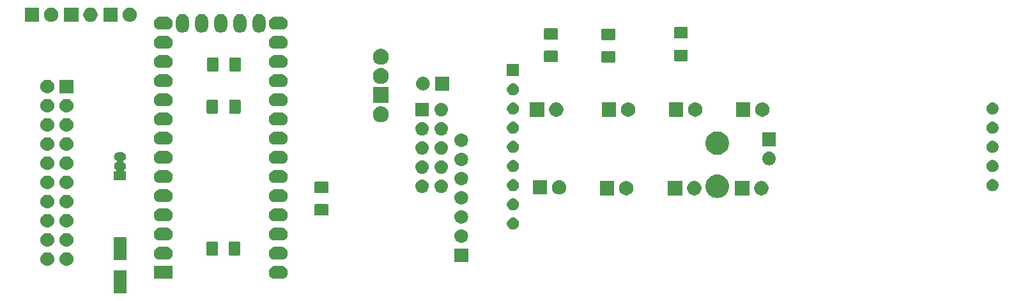
<source format=gbr>
G04 #@! TF.GenerationSoftware,KiCad,Pcbnew,(5.1.4)-1*
G04 #@! TF.CreationDate,2022-01-22T20:19:37+01:00*
G04 #@! TF.ProjectId,KRS-XL_CB6-9-12,4b52532d-584c-45f4-9342-362d392d3132,V01.01_work*
G04 #@! TF.SameCoordinates,Original*
G04 #@! TF.FileFunction,Soldermask,Bot*
G04 #@! TF.FilePolarity,Negative*
%FSLAX46Y46*%
G04 Gerber Fmt 4.6, Leading zero omitted, Abs format (unit mm)*
G04 Created by KiCad (PCBNEW (5.1.4)-1) date 2022-01-22 20:19:37*
%MOMM*%
%LPD*%
G04 APERTURE LIST*
%ADD10C,0.100000*%
G04 APERTURE END LIST*
D10*
G36*
X64205997Y-86673051D02*
G01*
X64239652Y-86683261D01*
X64270665Y-86699838D01*
X64297851Y-86722149D01*
X64320162Y-86749335D01*
X64336739Y-86780348D01*
X64346949Y-86814003D01*
X64351000Y-86855138D01*
X64351000Y-89584862D01*
X64346949Y-89625997D01*
X64336739Y-89659652D01*
X64320162Y-89690665D01*
X64297851Y-89717851D01*
X64270665Y-89740162D01*
X64239652Y-89756739D01*
X64205997Y-89766949D01*
X64164862Y-89771000D01*
X62835138Y-89771000D01*
X62794003Y-89766949D01*
X62760348Y-89756739D01*
X62729335Y-89740162D01*
X62702149Y-89717851D01*
X62679838Y-89690665D01*
X62663261Y-89659652D01*
X62653051Y-89625997D01*
X62649000Y-89584862D01*
X62649000Y-86855138D01*
X62653051Y-86814003D01*
X62663261Y-86780348D01*
X62679838Y-86749335D01*
X62702149Y-86722149D01*
X62729335Y-86699838D01*
X62760348Y-86683261D01*
X62794003Y-86673051D01*
X62835138Y-86669000D01*
X64164862Y-86669000D01*
X64205997Y-86673051D01*
X64205997Y-86673051D01*
G37*
G36*
X85021823Y-86156313D02*
G01*
X85182242Y-86204976D01*
X85314906Y-86275886D01*
X85330078Y-86283996D01*
X85459659Y-86390341D01*
X85566004Y-86519922D01*
X85566005Y-86519924D01*
X85645024Y-86667758D01*
X85693687Y-86828177D01*
X85710117Y-86995000D01*
X85693687Y-87161823D01*
X85645024Y-87322242D01*
X85574114Y-87454906D01*
X85566004Y-87470078D01*
X85459659Y-87599659D01*
X85330078Y-87706004D01*
X85330076Y-87706005D01*
X85182242Y-87785024D01*
X85021823Y-87833687D01*
X84896804Y-87846000D01*
X84013196Y-87846000D01*
X83888177Y-87833687D01*
X83727758Y-87785024D01*
X83579924Y-87706005D01*
X83579922Y-87706004D01*
X83450341Y-87599659D01*
X83343996Y-87470078D01*
X83335886Y-87454906D01*
X83264976Y-87322242D01*
X83216313Y-87161823D01*
X83199883Y-86995000D01*
X83216313Y-86828177D01*
X83264976Y-86667758D01*
X83343995Y-86519924D01*
X83343996Y-86519922D01*
X83450341Y-86390341D01*
X83579922Y-86283996D01*
X83595094Y-86275886D01*
X83727758Y-86204976D01*
X83888177Y-86156313D01*
X84013196Y-86144000D01*
X84896804Y-86144000D01*
X85021823Y-86156313D01*
X85021823Y-86156313D01*
G37*
G36*
X70466000Y-87846000D02*
G01*
X67964000Y-87846000D01*
X67964000Y-86144000D01*
X70466000Y-86144000D01*
X70466000Y-87846000D01*
X70466000Y-87846000D01*
G37*
G36*
X56567294Y-84315633D02*
G01*
X56739695Y-84367931D01*
X56898583Y-84452858D01*
X57037849Y-84567151D01*
X57152142Y-84706417D01*
X57237069Y-84865305D01*
X57289367Y-85037706D01*
X57307025Y-85217000D01*
X57289367Y-85396294D01*
X57237069Y-85568695D01*
X57152142Y-85727583D01*
X57037849Y-85866849D01*
X56898583Y-85981142D01*
X56739695Y-86066069D01*
X56567294Y-86118367D01*
X56432931Y-86131600D01*
X56343069Y-86131600D01*
X56208706Y-86118367D01*
X56036305Y-86066069D01*
X55877417Y-85981142D01*
X55738151Y-85866849D01*
X55623858Y-85727583D01*
X55538931Y-85568695D01*
X55486633Y-85396294D01*
X55468975Y-85217000D01*
X55486633Y-85037706D01*
X55538931Y-84865305D01*
X55623858Y-84706417D01*
X55738151Y-84567151D01*
X55877417Y-84452858D01*
X56036305Y-84367931D01*
X56208706Y-84315633D01*
X56343069Y-84302400D01*
X56432931Y-84302400D01*
X56567294Y-84315633D01*
X56567294Y-84315633D01*
G37*
G36*
X54027294Y-84315633D02*
G01*
X54199695Y-84367931D01*
X54358583Y-84452858D01*
X54497849Y-84567151D01*
X54612142Y-84706417D01*
X54697069Y-84865305D01*
X54749367Y-85037706D01*
X54767025Y-85217000D01*
X54749367Y-85396294D01*
X54697069Y-85568695D01*
X54612142Y-85727583D01*
X54497849Y-85866849D01*
X54358583Y-85981142D01*
X54199695Y-86066069D01*
X54027294Y-86118367D01*
X53892931Y-86131600D01*
X53803069Y-86131600D01*
X53668706Y-86118367D01*
X53496305Y-86066069D01*
X53337417Y-85981142D01*
X53198151Y-85866849D01*
X53083858Y-85727583D01*
X52998931Y-85568695D01*
X52946633Y-85396294D01*
X52928975Y-85217000D01*
X52946633Y-85037706D01*
X52998931Y-84865305D01*
X53083858Y-84706417D01*
X53198151Y-84567151D01*
X53337417Y-84452858D01*
X53496305Y-84367931D01*
X53668706Y-84315633D01*
X53803069Y-84302400D01*
X53892931Y-84302400D01*
X54027294Y-84315633D01*
X54027294Y-84315633D01*
G37*
G36*
X109613000Y-85610000D02*
G01*
X107811000Y-85610000D01*
X107811000Y-83808000D01*
X109613000Y-83808000D01*
X109613000Y-85610000D01*
X109613000Y-85610000D01*
G37*
G36*
X64205997Y-82273051D02*
G01*
X64239652Y-82283261D01*
X64270665Y-82299838D01*
X64297851Y-82322149D01*
X64320162Y-82349335D01*
X64336739Y-82380348D01*
X64346949Y-82414003D01*
X64351000Y-82455138D01*
X64351000Y-85184862D01*
X64346949Y-85225997D01*
X64336739Y-85259652D01*
X64320162Y-85290665D01*
X64297851Y-85317851D01*
X64270665Y-85340162D01*
X64239652Y-85356739D01*
X64205997Y-85366949D01*
X64164862Y-85371000D01*
X62835138Y-85371000D01*
X62794003Y-85366949D01*
X62760348Y-85356739D01*
X62729335Y-85340162D01*
X62702149Y-85317851D01*
X62679838Y-85290665D01*
X62663261Y-85259652D01*
X62653051Y-85225997D01*
X62649000Y-85184862D01*
X62649000Y-82455138D01*
X62653051Y-82414003D01*
X62663261Y-82380348D01*
X62679838Y-82349335D01*
X62702149Y-82322149D01*
X62729335Y-82299838D01*
X62760348Y-82283261D01*
X62794003Y-82273051D01*
X62835138Y-82269000D01*
X64164862Y-82269000D01*
X64205997Y-82273051D01*
X64205997Y-82273051D01*
G37*
G36*
X85021823Y-83616313D02*
G01*
X85182242Y-83664976D01*
X85314906Y-83735886D01*
X85330078Y-83743996D01*
X85459659Y-83850341D01*
X85566004Y-83979922D01*
X85566005Y-83979924D01*
X85645024Y-84127758D01*
X85693687Y-84288177D01*
X85710117Y-84455000D01*
X85693687Y-84621823D01*
X85645024Y-84782242D01*
X85600626Y-84865304D01*
X85566004Y-84930078D01*
X85459659Y-85059659D01*
X85330078Y-85166004D01*
X85330076Y-85166005D01*
X85182242Y-85245024D01*
X85021823Y-85293687D01*
X84896804Y-85306000D01*
X84013196Y-85306000D01*
X83888177Y-85293687D01*
X83727758Y-85245024D01*
X83579924Y-85166005D01*
X83579922Y-85166004D01*
X83450341Y-85059659D01*
X83343996Y-84930078D01*
X83309374Y-84865304D01*
X83264976Y-84782242D01*
X83216313Y-84621823D01*
X83199883Y-84455000D01*
X83216313Y-84288177D01*
X83264976Y-84127758D01*
X83343995Y-83979924D01*
X83343996Y-83979922D01*
X83450341Y-83850341D01*
X83579922Y-83743996D01*
X83595094Y-83735886D01*
X83727758Y-83664976D01*
X83888177Y-83616313D01*
X84013196Y-83604000D01*
X84896804Y-83604000D01*
X85021823Y-83616313D01*
X85021823Y-83616313D01*
G37*
G36*
X69781823Y-83616313D02*
G01*
X69942242Y-83664976D01*
X70074906Y-83735886D01*
X70090078Y-83743996D01*
X70219659Y-83850341D01*
X70326004Y-83979922D01*
X70326005Y-83979924D01*
X70405024Y-84127758D01*
X70453687Y-84288177D01*
X70470117Y-84455000D01*
X70453687Y-84621823D01*
X70405024Y-84782242D01*
X70360626Y-84865304D01*
X70326004Y-84930078D01*
X70219659Y-85059659D01*
X70090078Y-85166004D01*
X70090076Y-85166005D01*
X69942242Y-85245024D01*
X69781823Y-85293687D01*
X69656804Y-85306000D01*
X68773196Y-85306000D01*
X68648177Y-85293687D01*
X68487758Y-85245024D01*
X68339924Y-85166005D01*
X68339922Y-85166004D01*
X68210341Y-85059659D01*
X68103996Y-84930078D01*
X68069374Y-84865304D01*
X68024976Y-84782242D01*
X67976313Y-84621823D01*
X67959883Y-84455000D01*
X67976313Y-84288177D01*
X68024976Y-84127758D01*
X68103995Y-83979924D01*
X68103996Y-83979922D01*
X68210341Y-83850341D01*
X68339922Y-83743996D01*
X68355094Y-83735886D01*
X68487758Y-83664976D01*
X68648177Y-83616313D01*
X68773196Y-83604000D01*
X69656804Y-83604000D01*
X69781823Y-83616313D01*
X69781823Y-83616313D01*
G37*
G36*
X79280062Y-82898181D02*
G01*
X79314981Y-82908774D01*
X79347163Y-82925976D01*
X79375373Y-82949127D01*
X79398524Y-82977337D01*
X79415726Y-83009519D01*
X79426319Y-83044438D01*
X79430500Y-83086895D01*
X79430500Y-84553105D01*
X79426319Y-84595562D01*
X79415726Y-84630481D01*
X79398524Y-84662663D01*
X79375373Y-84690873D01*
X79347163Y-84714024D01*
X79314981Y-84731226D01*
X79280062Y-84741819D01*
X79237605Y-84746000D01*
X78096395Y-84746000D01*
X78053938Y-84741819D01*
X78019019Y-84731226D01*
X77986837Y-84714024D01*
X77958627Y-84690873D01*
X77935476Y-84662663D01*
X77918274Y-84630481D01*
X77907681Y-84595562D01*
X77903500Y-84553105D01*
X77903500Y-83086895D01*
X77907681Y-83044438D01*
X77918274Y-83009519D01*
X77935476Y-82977337D01*
X77958627Y-82949127D01*
X77986837Y-82925976D01*
X78019019Y-82908774D01*
X78053938Y-82898181D01*
X78096395Y-82894000D01*
X79237605Y-82894000D01*
X79280062Y-82898181D01*
X79280062Y-82898181D01*
G37*
G36*
X76305062Y-82898181D02*
G01*
X76339981Y-82908774D01*
X76372163Y-82925976D01*
X76400373Y-82949127D01*
X76423524Y-82977337D01*
X76440726Y-83009519D01*
X76451319Y-83044438D01*
X76455500Y-83086895D01*
X76455500Y-84553105D01*
X76451319Y-84595562D01*
X76440726Y-84630481D01*
X76423524Y-84662663D01*
X76400373Y-84690873D01*
X76372163Y-84714024D01*
X76339981Y-84731226D01*
X76305062Y-84741819D01*
X76262605Y-84746000D01*
X75121395Y-84746000D01*
X75078938Y-84741819D01*
X75044019Y-84731226D01*
X75011837Y-84714024D01*
X74983627Y-84690873D01*
X74960476Y-84662663D01*
X74943274Y-84630481D01*
X74932681Y-84595562D01*
X74928500Y-84553105D01*
X74928500Y-83086895D01*
X74932681Y-83044438D01*
X74943274Y-83009519D01*
X74960476Y-82977337D01*
X74983627Y-82949127D01*
X75011837Y-82925976D01*
X75044019Y-82908774D01*
X75078938Y-82898181D01*
X75121395Y-82894000D01*
X76262605Y-82894000D01*
X76305062Y-82898181D01*
X76305062Y-82898181D01*
G37*
G36*
X54027294Y-81775633D02*
G01*
X54199695Y-81827931D01*
X54358583Y-81912858D01*
X54497849Y-82027151D01*
X54612142Y-82166417D01*
X54697069Y-82325305D01*
X54749367Y-82497706D01*
X54767025Y-82677000D01*
X54749367Y-82856294D01*
X54697069Y-83028695D01*
X54612142Y-83187583D01*
X54497849Y-83326849D01*
X54358583Y-83441142D01*
X54199695Y-83526069D01*
X54027294Y-83578367D01*
X53892931Y-83591600D01*
X53803069Y-83591600D01*
X53668706Y-83578367D01*
X53496305Y-83526069D01*
X53337417Y-83441142D01*
X53198151Y-83326849D01*
X53083858Y-83187583D01*
X52998931Y-83028695D01*
X52946633Y-82856294D01*
X52928975Y-82677000D01*
X52946633Y-82497706D01*
X52998931Y-82325305D01*
X53083858Y-82166417D01*
X53198151Y-82027151D01*
X53337417Y-81912858D01*
X53496305Y-81827931D01*
X53668706Y-81775633D01*
X53803069Y-81762400D01*
X53892931Y-81762400D01*
X54027294Y-81775633D01*
X54027294Y-81775633D01*
G37*
G36*
X56567294Y-81775633D02*
G01*
X56739695Y-81827931D01*
X56898583Y-81912858D01*
X57037849Y-82027151D01*
X57152142Y-82166417D01*
X57237069Y-82325305D01*
X57289367Y-82497706D01*
X57307025Y-82677000D01*
X57289367Y-82856294D01*
X57237069Y-83028695D01*
X57152142Y-83187583D01*
X57037849Y-83326849D01*
X56898583Y-83441142D01*
X56739695Y-83526069D01*
X56567294Y-83578367D01*
X56432931Y-83591600D01*
X56343069Y-83591600D01*
X56208706Y-83578367D01*
X56036305Y-83526069D01*
X55877417Y-83441142D01*
X55738151Y-83326849D01*
X55623858Y-83187583D01*
X55538931Y-83028695D01*
X55486633Y-82856294D01*
X55468975Y-82677000D01*
X55486633Y-82497706D01*
X55538931Y-82325305D01*
X55623858Y-82166417D01*
X55738151Y-82027151D01*
X55877417Y-81912858D01*
X56036305Y-81827931D01*
X56208706Y-81775633D01*
X56343069Y-81762400D01*
X56432931Y-81762400D01*
X56567294Y-81775633D01*
X56567294Y-81775633D01*
G37*
G36*
X108822443Y-81274519D02*
G01*
X108888627Y-81281037D01*
X109058466Y-81332557D01*
X109214991Y-81416222D01*
X109243869Y-81439922D01*
X109352186Y-81528814D01*
X109435448Y-81630271D01*
X109464778Y-81666009D01*
X109548443Y-81822534D01*
X109599963Y-81992373D01*
X109617359Y-82169000D01*
X109599963Y-82345627D01*
X109553830Y-82497706D01*
X109548442Y-82515468D01*
X109506610Y-82593729D01*
X109464778Y-82671991D01*
X109435448Y-82707729D01*
X109352186Y-82809186D01*
X109250729Y-82892448D01*
X109214991Y-82921778D01*
X109058466Y-83005443D01*
X108888627Y-83056963D01*
X108822442Y-83063482D01*
X108756260Y-83070000D01*
X108667740Y-83070000D01*
X108601558Y-83063482D01*
X108535373Y-83056963D01*
X108365534Y-83005443D01*
X108209009Y-82921778D01*
X108173271Y-82892448D01*
X108071814Y-82809186D01*
X107988552Y-82707729D01*
X107959222Y-82671991D01*
X107917389Y-82593728D01*
X107875558Y-82515468D01*
X107870170Y-82497706D01*
X107824037Y-82345627D01*
X107806641Y-82169000D01*
X107824037Y-81992373D01*
X107875557Y-81822534D01*
X107959222Y-81666009D01*
X107988552Y-81630271D01*
X108071814Y-81528814D01*
X108180131Y-81439922D01*
X108209009Y-81416222D01*
X108365534Y-81332557D01*
X108535373Y-81281037D01*
X108601557Y-81274519D01*
X108667740Y-81268000D01*
X108756260Y-81268000D01*
X108822443Y-81274519D01*
X108822443Y-81274519D01*
G37*
G36*
X69781823Y-81076313D02*
G01*
X69942242Y-81124976D01*
X70074906Y-81195886D01*
X70090078Y-81203996D01*
X70219659Y-81310341D01*
X70326004Y-81439922D01*
X70326005Y-81439924D01*
X70405024Y-81587758D01*
X70453687Y-81748177D01*
X70470117Y-81915000D01*
X70453687Y-82081823D01*
X70405024Y-82242242D01*
X70334114Y-82374906D01*
X70326004Y-82390078D01*
X70219659Y-82519659D01*
X70090078Y-82626004D01*
X70090076Y-82626005D01*
X69942242Y-82705024D01*
X69781823Y-82753687D01*
X69656804Y-82766000D01*
X68773196Y-82766000D01*
X68648177Y-82753687D01*
X68487758Y-82705024D01*
X68339924Y-82626005D01*
X68339922Y-82626004D01*
X68210341Y-82519659D01*
X68103996Y-82390078D01*
X68095886Y-82374906D01*
X68024976Y-82242242D01*
X67976313Y-82081823D01*
X67959883Y-81915000D01*
X67976313Y-81748177D01*
X68024976Y-81587758D01*
X68103995Y-81439924D01*
X68103996Y-81439922D01*
X68210341Y-81310341D01*
X68339922Y-81203996D01*
X68355094Y-81195886D01*
X68487758Y-81124976D01*
X68648177Y-81076313D01*
X68773196Y-81064000D01*
X69656804Y-81064000D01*
X69781823Y-81076313D01*
X69781823Y-81076313D01*
G37*
G36*
X85021823Y-81076313D02*
G01*
X85182242Y-81124976D01*
X85314906Y-81195886D01*
X85330078Y-81203996D01*
X85459659Y-81310341D01*
X85566004Y-81439922D01*
X85566005Y-81439924D01*
X85645024Y-81587758D01*
X85693687Y-81748177D01*
X85710117Y-81915000D01*
X85693687Y-82081823D01*
X85645024Y-82242242D01*
X85574114Y-82374906D01*
X85566004Y-82390078D01*
X85459659Y-82519659D01*
X85330078Y-82626004D01*
X85330076Y-82626005D01*
X85182242Y-82705024D01*
X85021823Y-82753687D01*
X84896804Y-82766000D01*
X84013196Y-82766000D01*
X83888177Y-82753687D01*
X83727758Y-82705024D01*
X83579924Y-82626005D01*
X83579922Y-82626004D01*
X83450341Y-82519659D01*
X83343996Y-82390078D01*
X83335886Y-82374906D01*
X83264976Y-82242242D01*
X83216313Y-82081823D01*
X83199883Y-81915000D01*
X83216313Y-81748177D01*
X83264976Y-81587758D01*
X83343995Y-81439924D01*
X83343996Y-81439922D01*
X83450341Y-81310341D01*
X83579922Y-81203996D01*
X83595094Y-81195886D01*
X83727758Y-81124976D01*
X83888177Y-81076313D01*
X84013196Y-81064000D01*
X84896804Y-81064000D01*
X85021823Y-81076313D01*
X85021823Y-81076313D01*
G37*
G36*
X115803642Y-79747781D02*
G01*
X115943289Y-79805625D01*
X115949416Y-79808163D01*
X116080608Y-79895822D01*
X116192178Y-80007392D01*
X116279837Y-80138584D01*
X116279838Y-80138586D01*
X116340219Y-80284358D01*
X116371000Y-80439107D01*
X116371000Y-80596893D01*
X116340219Y-80751642D01*
X116279838Y-80897414D01*
X116279837Y-80897416D01*
X116192178Y-81028608D01*
X116080608Y-81140178D01*
X115949416Y-81227837D01*
X115949415Y-81227838D01*
X115949414Y-81227838D01*
X115803642Y-81288219D01*
X115648893Y-81319000D01*
X115491107Y-81319000D01*
X115336358Y-81288219D01*
X115190586Y-81227838D01*
X115190585Y-81227838D01*
X115190584Y-81227837D01*
X115059392Y-81140178D01*
X114947822Y-81028608D01*
X114860163Y-80897416D01*
X114860162Y-80897414D01*
X114799781Y-80751642D01*
X114769000Y-80596893D01*
X114769000Y-80439107D01*
X114799781Y-80284358D01*
X114860162Y-80138586D01*
X114860163Y-80138584D01*
X114947822Y-80007392D01*
X115059392Y-79895822D01*
X115190584Y-79808163D01*
X115196711Y-79805625D01*
X115336358Y-79747781D01*
X115491107Y-79717000D01*
X115648893Y-79717000D01*
X115803642Y-79747781D01*
X115803642Y-79747781D01*
G37*
G36*
X54027294Y-79235633D02*
G01*
X54199695Y-79287931D01*
X54358583Y-79372858D01*
X54497849Y-79487151D01*
X54612142Y-79626417D01*
X54697069Y-79785305D01*
X54749367Y-79957706D01*
X54767025Y-80137000D01*
X54749367Y-80316294D01*
X54697069Y-80488695D01*
X54612142Y-80647583D01*
X54497849Y-80786849D01*
X54358583Y-80901142D01*
X54199695Y-80986069D01*
X54027294Y-81038367D01*
X53892931Y-81051600D01*
X53803069Y-81051600D01*
X53668706Y-81038367D01*
X53496305Y-80986069D01*
X53337417Y-80901142D01*
X53198151Y-80786849D01*
X53083858Y-80647583D01*
X52998931Y-80488695D01*
X52946633Y-80316294D01*
X52928975Y-80137000D01*
X52946633Y-79957706D01*
X52998931Y-79785305D01*
X53083858Y-79626417D01*
X53198151Y-79487151D01*
X53337417Y-79372858D01*
X53496305Y-79287931D01*
X53668706Y-79235633D01*
X53803069Y-79222400D01*
X53892931Y-79222400D01*
X54027294Y-79235633D01*
X54027294Y-79235633D01*
G37*
G36*
X56567294Y-79235633D02*
G01*
X56739695Y-79287931D01*
X56898583Y-79372858D01*
X57037849Y-79487151D01*
X57152142Y-79626417D01*
X57237069Y-79785305D01*
X57289367Y-79957706D01*
X57307025Y-80137000D01*
X57289367Y-80316294D01*
X57237069Y-80488695D01*
X57152142Y-80647583D01*
X57037849Y-80786849D01*
X56898583Y-80901142D01*
X56739695Y-80986069D01*
X56567294Y-81038367D01*
X56432931Y-81051600D01*
X56343069Y-81051600D01*
X56208706Y-81038367D01*
X56036305Y-80986069D01*
X55877417Y-80901142D01*
X55738151Y-80786849D01*
X55623858Y-80647583D01*
X55538931Y-80488695D01*
X55486633Y-80316294D01*
X55468975Y-80137000D01*
X55486633Y-79957706D01*
X55538931Y-79785305D01*
X55623858Y-79626417D01*
X55738151Y-79487151D01*
X55877417Y-79372858D01*
X56036305Y-79287931D01*
X56208706Y-79235633D01*
X56343069Y-79222400D01*
X56432931Y-79222400D01*
X56567294Y-79235633D01*
X56567294Y-79235633D01*
G37*
G36*
X108822442Y-78734518D02*
G01*
X108888627Y-78741037D01*
X109058466Y-78792557D01*
X109214991Y-78876222D01*
X109243869Y-78899922D01*
X109352186Y-78988814D01*
X109435448Y-79090271D01*
X109464778Y-79126009D01*
X109548443Y-79282534D01*
X109599963Y-79452373D01*
X109617359Y-79629000D01*
X109599963Y-79805627D01*
X109548443Y-79975466D01*
X109464778Y-80131991D01*
X109435448Y-80167729D01*
X109352186Y-80269186D01*
X109250729Y-80352448D01*
X109214991Y-80381778D01*
X109058466Y-80465443D01*
X108888627Y-80516963D01*
X108822442Y-80523482D01*
X108756260Y-80530000D01*
X108667740Y-80530000D01*
X108601558Y-80523482D01*
X108535373Y-80516963D01*
X108365534Y-80465443D01*
X108209009Y-80381778D01*
X108173271Y-80352448D01*
X108071814Y-80269186D01*
X107988552Y-80167729D01*
X107959222Y-80131991D01*
X107875557Y-79975466D01*
X107824037Y-79805627D01*
X107806641Y-79629000D01*
X107824037Y-79452373D01*
X107875557Y-79282534D01*
X107959222Y-79126009D01*
X107988552Y-79090271D01*
X108071814Y-78988814D01*
X108180131Y-78899922D01*
X108209009Y-78876222D01*
X108365534Y-78792557D01*
X108535373Y-78741037D01*
X108601558Y-78734518D01*
X108667740Y-78728000D01*
X108756260Y-78728000D01*
X108822442Y-78734518D01*
X108822442Y-78734518D01*
G37*
G36*
X69781823Y-78536313D02*
G01*
X69942242Y-78584976D01*
X70074906Y-78655886D01*
X70090078Y-78663996D01*
X70219659Y-78770341D01*
X70326004Y-78899922D01*
X70326005Y-78899924D01*
X70405024Y-79047758D01*
X70453687Y-79208177D01*
X70470117Y-79375000D01*
X70453687Y-79541823D01*
X70405024Y-79702242D01*
X70348408Y-79808163D01*
X70326004Y-79850078D01*
X70219659Y-79979659D01*
X70090078Y-80086004D01*
X70090076Y-80086005D01*
X69942242Y-80165024D01*
X69781823Y-80213687D01*
X69656804Y-80226000D01*
X68773196Y-80226000D01*
X68648177Y-80213687D01*
X68487758Y-80165024D01*
X68339924Y-80086005D01*
X68339922Y-80086004D01*
X68210341Y-79979659D01*
X68103996Y-79850078D01*
X68081592Y-79808163D01*
X68024976Y-79702242D01*
X67976313Y-79541823D01*
X67959883Y-79375000D01*
X67976313Y-79208177D01*
X68024976Y-79047758D01*
X68103995Y-78899924D01*
X68103996Y-78899922D01*
X68210341Y-78770341D01*
X68339922Y-78663996D01*
X68355094Y-78655886D01*
X68487758Y-78584976D01*
X68648177Y-78536313D01*
X68773196Y-78524000D01*
X69656804Y-78524000D01*
X69781823Y-78536313D01*
X69781823Y-78536313D01*
G37*
G36*
X85021823Y-78536313D02*
G01*
X85182242Y-78584976D01*
X85314906Y-78655886D01*
X85330078Y-78663996D01*
X85459659Y-78770341D01*
X85566004Y-78899922D01*
X85566005Y-78899924D01*
X85645024Y-79047758D01*
X85693687Y-79208177D01*
X85710117Y-79375000D01*
X85693687Y-79541823D01*
X85645024Y-79702242D01*
X85588408Y-79808163D01*
X85566004Y-79850078D01*
X85459659Y-79979659D01*
X85330078Y-80086004D01*
X85330076Y-80086005D01*
X85182242Y-80165024D01*
X85021823Y-80213687D01*
X84896804Y-80226000D01*
X84013196Y-80226000D01*
X83888177Y-80213687D01*
X83727758Y-80165024D01*
X83579924Y-80086005D01*
X83579922Y-80086004D01*
X83450341Y-79979659D01*
X83343996Y-79850078D01*
X83321592Y-79808163D01*
X83264976Y-79702242D01*
X83216313Y-79541823D01*
X83199883Y-79375000D01*
X83216313Y-79208177D01*
X83264976Y-79047758D01*
X83343995Y-78899924D01*
X83343996Y-78899922D01*
X83450341Y-78770341D01*
X83579922Y-78663996D01*
X83595094Y-78655886D01*
X83727758Y-78584976D01*
X83888177Y-78536313D01*
X84013196Y-78524000D01*
X84896804Y-78524000D01*
X85021823Y-78536313D01*
X85021823Y-78536313D01*
G37*
G36*
X90945562Y-77944181D02*
G01*
X90980481Y-77954774D01*
X91012663Y-77971976D01*
X91040873Y-77995127D01*
X91064024Y-78023337D01*
X91081226Y-78055519D01*
X91091819Y-78090438D01*
X91096000Y-78132895D01*
X91096000Y-79274105D01*
X91091819Y-79316562D01*
X91081226Y-79351481D01*
X91064024Y-79383663D01*
X91040873Y-79411873D01*
X91012663Y-79435024D01*
X90980481Y-79452226D01*
X90945562Y-79462819D01*
X90903105Y-79467000D01*
X89436895Y-79467000D01*
X89394438Y-79462819D01*
X89359519Y-79452226D01*
X89327337Y-79435024D01*
X89299127Y-79411873D01*
X89275976Y-79383663D01*
X89258774Y-79351481D01*
X89248181Y-79316562D01*
X89244000Y-79274105D01*
X89244000Y-78132895D01*
X89248181Y-78090438D01*
X89258774Y-78055519D01*
X89275976Y-78023337D01*
X89299127Y-77995127D01*
X89327337Y-77971976D01*
X89359519Y-77954774D01*
X89394438Y-77944181D01*
X89436895Y-77940000D01*
X90903105Y-77940000D01*
X90945562Y-77944181D01*
X90945562Y-77944181D01*
G37*
G36*
X115803642Y-77207781D02*
G01*
X115943289Y-77265625D01*
X115949416Y-77268163D01*
X116080608Y-77355822D01*
X116192178Y-77467392D01*
X116279837Y-77598584D01*
X116279838Y-77598586D01*
X116340219Y-77744358D01*
X116371000Y-77899107D01*
X116371000Y-78056893D01*
X116340219Y-78211642D01*
X116279838Y-78357414D01*
X116279837Y-78357416D01*
X116192178Y-78488608D01*
X116080608Y-78600178D01*
X115949416Y-78687837D01*
X115949415Y-78687838D01*
X115949414Y-78687838D01*
X115803642Y-78748219D01*
X115648893Y-78779000D01*
X115491107Y-78779000D01*
X115336358Y-78748219D01*
X115190586Y-78687838D01*
X115190585Y-78687838D01*
X115190584Y-78687837D01*
X115059392Y-78600178D01*
X114947822Y-78488608D01*
X114860163Y-78357416D01*
X114860162Y-78357414D01*
X114799781Y-78211642D01*
X114769000Y-78056893D01*
X114769000Y-77899107D01*
X114799781Y-77744358D01*
X114860162Y-77598586D01*
X114860163Y-77598584D01*
X114947822Y-77467392D01*
X115059392Y-77355822D01*
X115190584Y-77268163D01*
X115196711Y-77265625D01*
X115336358Y-77207781D01*
X115491107Y-77177000D01*
X115648893Y-77177000D01*
X115803642Y-77207781D01*
X115803642Y-77207781D01*
G37*
G36*
X54027294Y-76695633D02*
G01*
X54199695Y-76747931D01*
X54358583Y-76832858D01*
X54497849Y-76947151D01*
X54612142Y-77086417D01*
X54697069Y-77245305D01*
X54749367Y-77417706D01*
X54767025Y-77597000D01*
X54749367Y-77776294D01*
X54697069Y-77948695D01*
X54612142Y-78107583D01*
X54497849Y-78246849D01*
X54358583Y-78361142D01*
X54199695Y-78446069D01*
X54027294Y-78498367D01*
X53892931Y-78511600D01*
X53803069Y-78511600D01*
X53668706Y-78498367D01*
X53496305Y-78446069D01*
X53337417Y-78361142D01*
X53198151Y-78246849D01*
X53083858Y-78107583D01*
X52998931Y-77948695D01*
X52946633Y-77776294D01*
X52928975Y-77597000D01*
X52946633Y-77417706D01*
X52998931Y-77245305D01*
X53083858Y-77086417D01*
X53198151Y-76947151D01*
X53337417Y-76832858D01*
X53496305Y-76747931D01*
X53668706Y-76695633D01*
X53803069Y-76682400D01*
X53892931Y-76682400D01*
X54027294Y-76695633D01*
X54027294Y-76695633D01*
G37*
G36*
X56567294Y-76695633D02*
G01*
X56739695Y-76747931D01*
X56898583Y-76832858D01*
X57037849Y-76947151D01*
X57152142Y-77086417D01*
X57237069Y-77245305D01*
X57289367Y-77417706D01*
X57307025Y-77597000D01*
X57289367Y-77776294D01*
X57237069Y-77948695D01*
X57152142Y-78107583D01*
X57037849Y-78246849D01*
X56898583Y-78361142D01*
X56739695Y-78446069D01*
X56567294Y-78498367D01*
X56432931Y-78511600D01*
X56343069Y-78511600D01*
X56208706Y-78498367D01*
X56036305Y-78446069D01*
X55877417Y-78361142D01*
X55738151Y-78246849D01*
X55623858Y-78107583D01*
X55538931Y-77948695D01*
X55486633Y-77776294D01*
X55468975Y-77597000D01*
X55486633Y-77417706D01*
X55538931Y-77245305D01*
X55623858Y-77086417D01*
X55738151Y-76947151D01*
X55877417Y-76832858D01*
X56036305Y-76747931D01*
X56208706Y-76695633D01*
X56343069Y-76682400D01*
X56432931Y-76682400D01*
X56567294Y-76695633D01*
X56567294Y-76695633D01*
G37*
G36*
X108822442Y-76194518D02*
G01*
X108888627Y-76201037D01*
X109058466Y-76252557D01*
X109214991Y-76336222D01*
X109243869Y-76359922D01*
X109352186Y-76448814D01*
X109435448Y-76550271D01*
X109464778Y-76586009D01*
X109548443Y-76742534D01*
X109599963Y-76912373D01*
X109617359Y-77089000D01*
X109599963Y-77265627D01*
X109548443Y-77435466D01*
X109464778Y-77591991D01*
X109435448Y-77627729D01*
X109352186Y-77729186D01*
X109250729Y-77812448D01*
X109214991Y-77841778D01*
X109058466Y-77925443D01*
X108888627Y-77976963D01*
X108822442Y-77983482D01*
X108756260Y-77990000D01*
X108667740Y-77990000D01*
X108601558Y-77983482D01*
X108535373Y-77976963D01*
X108365534Y-77925443D01*
X108209009Y-77841778D01*
X108173271Y-77812448D01*
X108071814Y-77729186D01*
X107988552Y-77627729D01*
X107959222Y-77591991D01*
X107875557Y-77435466D01*
X107824037Y-77265627D01*
X107806641Y-77089000D01*
X107824037Y-76912373D01*
X107875557Y-76742534D01*
X107959222Y-76586009D01*
X107988552Y-76550271D01*
X108071814Y-76448814D01*
X108180131Y-76359922D01*
X108209009Y-76336222D01*
X108365534Y-76252557D01*
X108535373Y-76201037D01*
X108601558Y-76194518D01*
X108667740Y-76188000D01*
X108756260Y-76188000D01*
X108822442Y-76194518D01*
X108822442Y-76194518D01*
G37*
G36*
X85021823Y-75996313D02*
G01*
X85182242Y-76044976D01*
X85278440Y-76096395D01*
X85330078Y-76123996D01*
X85459659Y-76230341D01*
X85566004Y-76359922D01*
X85566005Y-76359924D01*
X85645024Y-76507758D01*
X85693687Y-76668177D01*
X85710117Y-76835000D01*
X85693687Y-77001823D01*
X85645024Y-77162242D01*
X85588408Y-77268163D01*
X85566004Y-77310078D01*
X85459659Y-77439659D01*
X85330078Y-77546004D01*
X85330076Y-77546005D01*
X85182242Y-77625024D01*
X85021823Y-77673687D01*
X84896804Y-77686000D01*
X84013196Y-77686000D01*
X83888177Y-77673687D01*
X83727758Y-77625024D01*
X83579924Y-77546005D01*
X83579922Y-77546004D01*
X83450341Y-77439659D01*
X83343996Y-77310078D01*
X83321592Y-77268163D01*
X83264976Y-77162242D01*
X83216313Y-77001823D01*
X83199883Y-76835000D01*
X83216313Y-76668177D01*
X83264976Y-76507758D01*
X83343995Y-76359924D01*
X83343996Y-76359922D01*
X83450341Y-76230341D01*
X83579922Y-76123996D01*
X83631560Y-76096395D01*
X83727758Y-76044976D01*
X83888177Y-75996313D01*
X84013196Y-75984000D01*
X84896804Y-75984000D01*
X85021823Y-75996313D01*
X85021823Y-75996313D01*
G37*
G36*
X69781823Y-75996313D02*
G01*
X69942242Y-76044976D01*
X70038440Y-76096395D01*
X70090078Y-76123996D01*
X70219659Y-76230341D01*
X70326004Y-76359922D01*
X70326005Y-76359924D01*
X70405024Y-76507758D01*
X70453687Y-76668177D01*
X70470117Y-76835000D01*
X70453687Y-77001823D01*
X70405024Y-77162242D01*
X70348408Y-77268163D01*
X70326004Y-77310078D01*
X70219659Y-77439659D01*
X70090078Y-77546004D01*
X70090076Y-77546005D01*
X69942242Y-77625024D01*
X69781823Y-77673687D01*
X69656804Y-77686000D01*
X68773196Y-77686000D01*
X68648177Y-77673687D01*
X68487758Y-77625024D01*
X68339924Y-77546005D01*
X68339922Y-77546004D01*
X68210341Y-77439659D01*
X68103996Y-77310078D01*
X68081592Y-77268163D01*
X68024976Y-77162242D01*
X67976313Y-77001823D01*
X67959883Y-76835000D01*
X67976313Y-76668177D01*
X68024976Y-76507758D01*
X68103995Y-76359924D01*
X68103996Y-76359922D01*
X68210341Y-76230341D01*
X68339922Y-76123996D01*
X68391560Y-76096395D01*
X68487758Y-76044976D01*
X68648177Y-75996313D01*
X68773196Y-75984000D01*
X69656804Y-75984000D01*
X69781823Y-75996313D01*
X69781823Y-75996313D01*
G37*
G36*
X142923585Y-74043802D02*
G01*
X143073410Y-74073604D01*
X143355674Y-74190521D01*
X143609705Y-74360259D01*
X143825741Y-74576295D01*
X143995479Y-74830326D01*
X144112396Y-75112590D01*
X144136326Y-75232895D01*
X144161432Y-75359108D01*
X144172000Y-75412240D01*
X144172000Y-75717760D01*
X144112396Y-76017410D01*
X143995479Y-76299674D01*
X143825741Y-76553705D01*
X143609705Y-76769741D01*
X143355674Y-76939479D01*
X143073410Y-77056396D01*
X142923585Y-77086198D01*
X142773761Y-77116000D01*
X142468239Y-77116000D01*
X142318415Y-77086198D01*
X142168590Y-77056396D01*
X141886326Y-76939479D01*
X141632295Y-76769741D01*
X141416259Y-76553705D01*
X141246521Y-76299674D01*
X141129604Y-76017410D01*
X141070000Y-75717760D01*
X141070000Y-75412240D01*
X141080569Y-75359108D01*
X141105674Y-75232895D01*
X141129604Y-75112590D01*
X141246521Y-74830326D01*
X141416259Y-74576295D01*
X141632295Y-74360259D01*
X141886326Y-74190521D01*
X142168590Y-74073604D01*
X142318415Y-74043802D01*
X142468239Y-74014000D01*
X142773761Y-74014000D01*
X142923585Y-74043802D01*
X142923585Y-74043802D01*
G37*
G36*
X139850395Y-74904546D02*
G01*
X140023466Y-74976234D01*
X140068020Y-75006004D01*
X140179227Y-75080310D01*
X140311690Y-75212773D01*
X140311691Y-75212775D01*
X140415766Y-75368534D01*
X140487454Y-75541605D01*
X140524000Y-75725333D01*
X140524000Y-75912667D01*
X140487454Y-76096395D01*
X140415766Y-76269466D01*
X140383485Y-76317778D01*
X140311690Y-76425227D01*
X140179227Y-76557690D01*
X140175521Y-76560166D01*
X140023466Y-76661766D01*
X139850395Y-76733454D01*
X139666667Y-76770000D01*
X139479333Y-76770000D01*
X139295605Y-76733454D01*
X139122534Y-76661766D01*
X138970479Y-76560166D01*
X138966773Y-76557690D01*
X138834310Y-76425227D01*
X138762515Y-76317778D01*
X138730234Y-76269466D01*
X138658546Y-76096395D01*
X138622000Y-75912667D01*
X138622000Y-75725333D01*
X138658546Y-75541605D01*
X138730234Y-75368534D01*
X138834309Y-75212775D01*
X138834310Y-75212773D01*
X138966773Y-75080310D01*
X139077980Y-75006004D01*
X139122534Y-74976234D01*
X139295605Y-74904546D01*
X139479333Y-74868000D01*
X139666667Y-74868000D01*
X139850395Y-74904546D01*
X139850395Y-74904546D01*
G37*
G36*
X137984000Y-76770000D02*
G01*
X136082000Y-76770000D01*
X136082000Y-74868000D01*
X137984000Y-74868000D01*
X137984000Y-76770000D01*
X137984000Y-76770000D01*
G37*
G36*
X146874000Y-76770000D02*
G01*
X144972000Y-76770000D01*
X144972000Y-74868000D01*
X146874000Y-74868000D01*
X146874000Y-76770000D01*
X146874000Y-76770000D01*
G37*
G36*
X128967000Y-76770000D02*
G01*
X127065000Y-76770000D01*
X127065000Y-74868000D01*
X128967000Y-74868000D01*
X128967000Y-76770000D01*
X128967000Y-76770000D01*
G37*
G36*
X130833395Y-74904546D02*
G01*
X131006466Y-74976234D01*
X131051020Y-75006004D01*
X131162227Y-75080310D01*
X131294690Y-75212773D01*
X131294691Y-75212775D01*
X131398766Y-75368534D01*
X131470454Y-75541605D01*
X131507000Y-75725333D01*
X131507000Y-75912667D01*
X131470454Y-76096395D01*
X131398766Y-76269466D01*
X131366485Y-76317778D01*
X131294690Y-76425227D01*
X131162227Y-76557690D01*
X131158521Y-76560166D01*
X131006466Y-76661766D01*
X130833395Y-76733454D01*
X130649667Y-76770000D01*
X130462333Y-76770000D01*
X130278605Y-76733454D01*
X130105534Y-76661766D01*
X129953479Y-76560166D01*
X129949773Y-76557690D01*
X129817310Y-76425227D01*
X129745515Y-76317778D01*
X129713234Y-76269466D01*
X129641546Y-76096395D01*
X129605000Y-75912667D01*
X129605000Y-75725333D01*
X129641546Y-75541605D01*
X129713234Y-75368534D01*
X129817309Y-75212775D01*
X129817310Y-75212773D01*
X129949773Y-75080310D01*
X130060980Y-75006004D01*
X130105534Y-74976234D01*
X130278605Y-74904546D01*
X130462333Y-74868000D01*
X130649667Y-74868000D01*
X130833395Y-74904546D01*
X130833395Y-74904546D01*
G37*
G36*
X148740395Y-74904546D02*
G01*
X148913466Y-74976234D01*
X148958020Y-75006004D01*
X149069227Y-75080310D01*
X149201690Y-75212773D01*
X149201691Y-75212775D01*
X149305766Y-75368534D01*
X149377454Y-75541605D01*
X149414000Y-75725333D01*
X149414000Y-75912667D01*
X149377454Y-76096395D01*
X149305766Y-76269466D01*
X149273485Y-76317778D01*
X149201690Y-76425227D01*
X149069227Y-76557690D01*
X149065521Y-76560166D01*
X148913466Y-76661766D01*
X148740395Y-76733454D01*
X148556667Y-76770000D01*
X148369333Y-76770000D01*
X148185605Y-76733454D01*
X148012534Y-76661766D01*
X147860479Y-76560166D01*
X147856773Y-76557690D01*
X147724310Y-76425227D01*
X147652515Y-76317778D01*
X147620234Y-76269466D01*
X147548546Y-76096395D01*
X147512000Y-75912667D01*
X147512000Y-75725333D01*
X147548546Y-75541605D01*
X147620234Y-75368534D01*
X147724309Y-75212775D01*
X147724310Y-75212773D01*
X147856773Y-75080310D01*
X147967980Y-75006004D01*
X148012534Y-74976234D01*
X148185605Y-74904546D01*
X148369333Y-74868000D01*
X148556667Y-74868000D01*
X148740395Y-74904546D01*
X148740395Y-74904546D01*
G37*
G36*
X120077000Y-76668400D02*
G01*
X118175000Y-76668400D01*
X118175000Y-74766400D01*
X120077000Y-74766400D01*
X120077000Y-76668400D01*
X120077000Y-76668400D01*
G37*
G36*
X121943395Y-74802946D02*
G01*
X122116466Y-74874634D01*
X122161232Y-74904546D01*
X122272227Y-74978710D01*
X122404690Y-75111173D01*
X122435908Y-75157895D01*
X122508766Y-75266934D01*
X122580454Y-75440005D01*
X122617000Y-75623733D01*
X122617000Y-75811067D01*
X122580454Y-75994795D01*
X122508766Y-76167866D01*
X122481803Y-76208219D01*
X122404690Y-76323627D01*
X122272227Y-76456090D01*
X122194900Y-76507758D01*
X122116466Y-76560166D01*
X121943395Y-76631854D01*
X121759667Y-76668400D01*
X121572333Y-76668400D01*
X121388605Y-76631854D01*
X121215534Y-76560166D01*
X121137100Y-76507758D01*
X121059773Y-76456090D01*
X120927310Y-76323627D01*
X120850197Y-76208219D01*
X120823234Y-76167866D01*
X120751546Y-75994795D01*
X120715000Y-75811067D01*
X120715000Y-75623733D01*
X120751546Y-75440005D01*
X120823234Y-75266934D01*
X120896092Y-75157895D01*
X120927310Y-75111173D01*
X121059773Y-74978710D01*
X121170768Y-74904546D01*
X121215534Y-74874634D01*
X121388605Y-74802946D01*
X121572333Y-74766400D01*
X121759667Y-74766400D01*
X121943395Y-74802946D01*
X121943395Y-74802946D01*
G37*
G36*
X90945562Y-74969181D02*
G01*
X90980481Y-74979774D01*
X91012663Y-74996976D01*
X91040873Y-75020127D01*
X91064024Y-75048337D01*
X91081226Y-75080519D01*
X91091819Y-75115438D01*
X91096000Y-75157895D01*
X91096000Y-76299105D01*
X91091819Y-76341562D01*
X91081226Y-76376481D01*
X91064024Y-76408663D01*
X91040873Y-76436873D01*
X91012663Y-76460024D01*
X90980481Y-76477226D01*
X90945562Y-76487819D01*
X90903105Y-76492000D01*
X89436895Y-76492000D01*
X89394438Y-76487819D01*
X89359519Y-76477226D01*
X89327337Y-76460024D01*
X89299127Y-76436873D01*
X89275976Y-76408663D01*
X89258774Y-76376481D01*
X89248181Y-76341562D01*
X89244000Y-76299105D01*
X89244000Y-75157895D01*
X89248181Y-75115438D01*
X89258774Y-75080519D01*
X89275976Y-75048337D01*
X89299127Y-75020127D01*
X89327337Y-74996976D01*
X89359519Y-74979774D01*
X89394438Y-74969181D01*
X89436895Y-74965000D01*
X90903105Y-74965000D01*
X90945562Y-74969181D01*
X90945562Y-74969181D01*
G37*
G36*
X106155442Y-74670518D02*
G01*
X106221627Y-74677037D01*
X106391466Y-74728557D01*
X106547991Y-74812222D01*
X106570053Y-74830328D01*
X106685186Y-74924814D01*
X106763406Y-75020127D01*
X106797778Y-75062009D01*
X106881443Y-75218534D01*
X106932963Y-75388373D01*
X106950359Y-75565000D01*
X106932963Y-75741627D01*
X106881443Y-75911466D01*
X106797778Y-76067991D01*
X106774467Y-76096395D01*
X106685186Y-76205186D01*
X106606859Y-76269466D01*
X106547991Y-76317778D01*
X106391466Y-76401443D01*
X106221627Y-76452963D01*
X106155443Y-76459481D01*
X106089260Y-76466000D01*
X106000740Y-76466000D01*
X105934557Y-76459481D01*
X105868373Y-76452963D01*
X105698534Y-76401443D01*
X105542009Y-76317778D01*
X105483141Y-76269466D01*
X105404814Y-76205186D01*
X105315533Y-76096395D01*
X105292222Y-76067991D01*
X105208557Y-75911466D01*
X105157037Y-75741627D01*
X105139641Y-75565000D01*
X105157037Y-75388373D01*
X105208557Y-75218534D01*
X105292222Y-75062009D01*
X105326594Y-75020127D01*
X105404814Y-74924814D01*
X105519947Y-74830328D01*
X105542009Y-74812222D01*
X105698534Y-74728557D01*
X105868373Y-74677037D01*
X105934558Y-74670518D01*
X106000740Y-74664000D01*
X106089260Y-74664000D01*
X106155442Y-74670518D01*
X106155442Y-74670518D01*
G37*
G36*
X103615442Y-74670518D02*
G01*
X103681627Y-74677037D01*
X103851466Y-74728557D01*
X104007991Y-74812222D01*
X104030053Y-74830328D01*
X104145186Y-74924814D01*
X104223406Y-75020127D01*
X104257778Y-75062009D01*
X104341443Y-75218534D01*
X104392963Y-75388373D01*
X104410359Y-75565000D01*
X104392963Y-75741627D01*
X104341443Y-75911466D01*
X104257778Y-76067991D01*
X104234467Y-76096395D01*
X104145186Y-76205186D01*
X104066859Y-76269466D01*
X104007991Y-76317778D01*
X103851466Y-76401443D01*
X103681627Y-76452963D01*
X103615443Y-76459481D01*
X103549260Y-76466000D01*
X103460740Y-76466000D01*
X103394557Y-76459481D01*
X103328373Y-76452963D01*
X103158534Y-76401443D01*
X103002009Y-76317778D01*
X102943141Y-76269466D01*
X102864814Y-76205186D01*
X102775533Y-76096395D01*
X102752222Y-76067991D01*
X102668557Y-75911466D01*
X102617037Y-75741627D01*
X102599641Y-75565000D01*
X102617037Y-75388373D01*
X102668557Y-75218534D01*
X102752222Y-75062009D01*
X102786594Y-75020127D01*
X102864814Y-74924814D01*
X102979947Y-74830328D01*
X103002009Y-74812222D01*
X103158534Y-74728557D01*
X103328373Y-74677037D01*
X103394558Y-74670518D01*
X103460740Y-74664000D01*
X103549260Y-74664000D01*
X103615442Y-74670518D01*
X103615442Y-74670518D01*
G37*
G36*
X179323642Y-74667781D02*
G01*
X179463289Y-74725625D01*
X179469416Y-74728163D01*
X179600608Y-74815822D01*
X179712178Y-74927392D01*
X179799837Y-75058584D01*
X179799838Y-75058586D01*
X179860219Y-75204358D01*
X179891000Y-75359107D01*
X179891000Y-75516893D01*
X179860219Y-75671642D01*
X179831231Y-75741625D01*
X179799837Y-75817416D01*
X179712178Y-75948608D01*
X179600608Y-76060178D01*
X179469416Y-76147837D01*
X179469415Y-76147838D01*
X179469414Y-76147838D01*
X179323642Y-76208219D01*
X179168893Y-76239000D01*
X179011107Y-76239000D01*
X178856358Y-76208219D01*
X178710586Y-76147838D01*
X178710585Y-76147838D01*
X178710584Y-76147837D01*
X178579392Y-76060178D01*
X178467822Y-75948608D01*
X178380163Y-75817416D01*
X178348769Y-75741625D01*
X178319781Y-75671642D01*
X178289000Y-75516893D01*
X178289000Y-75359107D01*
X178319781Y-75204358D01*
X178380162Y-75058586D01*
X178380163Y-75058584D01*
X178467822Y-74927392D01*
X178579392Y-74815822D01*
X178710584Y-74728163D01*
X178716711Y-74725625D01*
X178856358Y-74667781D01*
X179011107Y-74637000D01*
X179168893Y-74637000D01*
X179323642Y-74667781D01*
X179323642Y-74667781D01*
G37*
G36*
X115803642Y-74667781D02*
G01*
X115943289Y-74725625D01*
X115949416Y-74728163D01*
X116080608Y-74815822D01*
X116192178Y-74927392D01*
X116279837Y-75058584D01*
X116279838Y-75058586D01*
X116340219Y-75204358D01*
X116371000Y-75359107D01*
X116371000Y-75516893D01*
X116340219Y-75671642D01*
X116311231Y-75741625D01*
X116279837Y-75817416D01*
X116192178Y-75948608D01*
X116080608Y-76060178D01*
X115949416Y-76147837D01*
X115949415Y-76147838D01*
X115949414Y-76147838D01*
X115803642Y-76208219D01*
X115648893Y-76239000D01*
X115491107Y-76239000D01*
X115336358Y-76208219D01*
X115190586Y-76147838D01*
X115190585Y-76147838D01*
X115190584Y-76147837D01*
X115059392Y-76060178D01*
X114947822Y-75948608D01*
X114860163Y-75817416D01*
X114828769Y-75741625D01*
X114799781Y-75671642D01*
X114769000Y-75516893D01*
X114769000Y-75359107D01*
X114799781Y-75204358D01*
X114860162Y-75058586D01*
X114860163Y-75058584D01*
X114947822Y-74927392D01*
X115059392Y-74815822D01*
X115190584Y-74728163D01*
X115196711Y-74725625D01*
X115336358Y-74667781D01*
X115491107Y-74637000D01*
X115648893Y-74637000D01*
X115803642Y-74667781D01*
X115803642Y-74667781D01*
G37*
G36*
X56567294Y-74155633D02*
G01*
X56739695Y-74207931D01*
X56898583Y-74292858D01*
X57037849Y-74407151D01*
X57152142Y-74546417D01*
X57237069Y-74705305D01*
X57289367Y-74877706D01*
X57307025Y-75057000D01*
X57289367Y-75236294D01*
X57237069Y-75408695D01*
X57152142Y-75567583D01*
X57037849Y-75706849D01*
X56898583Y-75821142D01*
X56739695Y-75906069D01*
X56567294Y-75958367D01*
X56432931Y-75971600D01*
X56343069Y-75971600D01*
X56208706Y-75958367D01*
X56036305Y-75906069D01*
X55877417Y-75821142D01*
X55738151Y-75706849D01*
X55623858Y-75567583D01*
X55538931Y-75408695D01*
X55486633Y-75236294D01*
X55468975Y-75057000D01*
X55486633Y-74877706D01*
X55538931Y-74705305D01*
X55623858Y-74546417D01*
X55738151Y-74407151D01*
X55877417Y-74292858D01*
X56036305Y-74207931D01*
X56208706Y-74155633D01*
X56343069Y-74142400D01*
X56432931Y-74142400D01*
X56567294Y-74155633D01*
X56567294Y-74155633D01*
G37*
G36*
X54027294Y-74155633D02*
G01*
X54199695Y-74207931D01*
X54358583Y-74292858D01*
X54497849Y-74407151D01*
X54612142Y-74546417D01*
X54697069Y-74705305D01*
X54749367Y-74877706D01*
X54767025Y-75057000D01*
X54749367Y-75236294D01*
X54697069Y-75408695D01*
X54612142Y-75567583D01*
X54497849Y-75706849D01*
X54358583Y-75821142D01*
X54199695Y-75906069D01*
X54027294Y-75958367D01*
X53892931Y-75971600D01*
X53803069Y-75971600D01*
X53668706Y-75958367D01*
X53496305Y-75906069D01*
X53337417Y-75821142D01*
X53198151Y-75706849D01*
X53083858Y-75567583D01*
X52998931Y-75408695D01*
X52946633Y-75236294D01*
X52928975Y-75057000D01*
X52946633Y-74877706D01*
X52998931Y-74705305D01*
X53083858Y-74546417D01*
X53198151Y-74407151D01*
X53337417Y-74292858D01*
X53496305Y-74207931D01*
X53668706Y-74155633D01*
X53803069Y-74142400D01*
X53892931Y-74142400D01*
X54027294Y-74155633D01*
X54027294Y-74155633D01*
G37*
G36*
X108822442Y-73654518D02*
G01*
X108888627Y-73661037D01*
X109058466Y-73712557D01*
X109214991Y-73796222D01*
X109243869Y-73819922D01*
X109352186Y-73908814D01*
X109435448Y-74010271D01*
X109464778Y-74046009D01*
X109548443Y-74202534D01*
X109599963Y-74372373D01*
X109617359Y-74549000D01*
X109599963Y-74725627D01*
X109548443Y-74895466D01*
X109464778Y-75051991D01*
X109435448Y-75087729D01*
X109352186Y-75189186D01*
X109257448Y-75266934D01*
X109214991Y-75301778D01*
X109058466Y-75385443D01*
X108888627Y-75436963D01*
X108822443Y-75443481D01*
X108756260Y-75450000D01*
X108667740Y-75450000D01*
X108601557Y-75443481D01*
X108535373Y-75436963D01*
X108365534Y-75385443D01*
X108209009Y-75301778D01*
X108166552Y-75266934D01*
X108071814Y-75189186D01*
X107988552Y-75087729D01*
X107959222Y-75051991D01*
X107875557Y-74895466D01*
X107824037Y-74725627D01*
X107806641Y-74549000D01*
X107824037Y-74372373D01*
X107875557Y-74202534D01*
X107959222Y-74046009D01*
X107988552Y-74010271D01*
X108071814Y-73908814D01*
X108180131Y-73819922D01*
X108209009Y-73796222D01*
X108365534Y-73712557D01*
X108535373Y-73661037D01*
X108601558Y-73654518D01*
X108667740Y-73648000D01*
X108756260Y-73648000D01*
X108822442Y-73654518D01*
X108822442Y-73654518D01*
G37*
G36*
X85021823Y-73456313D02*
G01*
X85182242Y-73504976D01*
X85276558Y-73555389D01*
X85330078Y-73583996D01*
X85459659Y-73690341D01*
X85566004Y-73819922D01*
X85566005Y-73819924D01*
X85645024Y-73967758D01*
X85693687Y-74128177D01*
X85710117Y-74295000D01*
X85693687Y-74461823D01*
X85645024Y-74622242D01*
X85588408Y-74728163D01*
X85566004Y-74770078D01*
X85459659Y-74899659D01*
X85330078Y-75006004D01*
X85330076Y-75006005D01*
X85182242Y-75085024D01*
X85021823Y-75133687D01*
X84896804Y-75146000D01*
X84013196Y-75146000D01*
X83888177Y-75133687D01*
X83727758Y-75085024D01*
X83579924Y-75006005D01*
X83579922Y-75006004D01*
X83450341Y-74899659D01*
X83343996Y-74770078D01*
X83321592Y-74728163D01*
X83264976Y-74622242D01*
X83216313Y-74461823D01*
X83199883Y-74295000D01*
X83216313Y-74128177D01*
X83264976Y-73967758D01*
X83343995Y-73819924D01*
X83343996Y-73819922D01*
X83450341Y-73690341D01*
X83579922Y-73583996D01*
X83633442Y-73555389D01*
X83727758Y-73504976D01*
X83888177Y-73456313D01*
X84013196Y-73444000D01*
X84896804Y-73444000D01*
X85021823Y-73456313D01*
X85021823Y-73456313D01*
G37*
G36*
X69781823Y-73456313D02*
G01*
X69942242Y-73504976D01*
X70036558Y-73555389D01*
X70090078Y-73583996D01*
X70219659Y-73690341D01*
X70326004Y-73819922D01*
X70326005Y-73819924D01*
X70405024Y-73967758D01*
X70453687Y-74128177D01*
X70470117Y-74295000D01*
X70453687Y-74461823D01*
X70405024Y-74622242D01*
X70348408Y-74728163D01*
X70326004Y-74770078D01*
X70219659Y-74899659D01*
X70090078Y-75006004D01*
X70090076Y-75006005D01*
X69942242Y-75085024D01*
X69781823Y-75133687D01*
X69656804Y-75146000D01*
X68773196Y-75146000D01*
X68648177Y-75133687D01*
X68487758Y-75085024D01*
X68339924Y-75006005D01*
X68339922Y-75006004D01*
X68210341Y-74899659D01*
X68103996Y-74770078D01*
X68081592Y-74728163D01*
X68024976Y-74622242D01*
X67976313Y-74461823D01*
X67959883Y-74295000D01*
X67976313Y-74128177D01*
X68024976Y-73967758D01*
X68103995Y-73819924D01*
X68103996Y-73819922D01*
X68210341Y-73690341D01*
X68339922Y-73583996D01*
X68393442Y-73555389D01*
X68487758Y-73504976D01*
X68648177Y-73456313D01*
X68773196Y-73444000D01*
X69656804Y-73444000D01*
X69781823Y-73456313D01*
X69781823Y-73456313D01*
G37*
G36*
X63837916Y-71060334D02*
G01*
X63946492Y-71093271D01*
X63946495Y-71093272D01*
X63982601Y-71112571D01*
X64046557Y-71146756D01*
X64134264Y-71218736D01*
X64206244Y-71306443D01*
X64224926Y-71341396D01*
X64259728Y-71406505D01*
X64259729Y-71406508D01*
X64292666Y-71515084D01*
X64303787Y-71628000D01*
X64292666Y-71740916D01*
X64259729Y-71849492D01*
X64259728Y-71849495D01*
X64242353Y-71882000D01*
X64206244Y-71949557D01*
X64134264Y-72037264D01*
X64046557Y-72109244D01*
X63965141Y-72152761D01*
X63944766Y-72166375D01*
X63927439Y-72183702D01*
X63913826Y-72204076D01*
X63904448Y-72226715D01*
X63899668Y-72250748D01*
X63899668Y-72275252D01*
X63904448Y-72299285D01*
X63913826Y-72321924D01*
X63927440Y-72342299D01*
X63944767Y-72359626D01*
X63965141Y-72373239D01*
X64046557Y-72416756D01*
X64134264Y-72488736D01*
X64206244Y-72576443D01*
X64222042Y-72606000D01*
X64259728Y-72676505D01*
X64259729Y-72676508D01*
X64292666Y-72785084D01*
X64303787Y-72898000D01*
X64292666Y-73010916D01*
X64259729Y-73119492D01*
X64259728Y-73119495D01*
X64240429Y-73155601D01*
X64206244Y-73219557D01*
X64134264Y-73307264D01*
X64057354Y-73370383D01*
X64040035Y-73387702D01*
X64026421Y-73408077D01*
X64017043Y-73430716D01*
X64012263Y-73454749D01*
X64012263Y-73479253D01*
X64017043Y-73503286D01*
X64026421Y-73525925D01*
X64040034Y-73546299D01*
X64057361Y-73563626D01*
X64077736Y-73577240D01*
X64100375Y-73586618D01*
X64124408Y-73591398D01*
X64136660Y-73592000D01*
X64301000Y-73592000D01*
X64301000Y-74744000D01*
X62699000Y-74744000D01*
X62699000Y-73592000D01*
X62863340Y-73592000D01*
X62887726Y-73589598D01*
X62911175Y-73582485D01*
X62932786Y-73570934D01*
X62951728Y-73555389D01*
X62967273Y-73536447D01*
X62978824Y-73514836D01*
X62985937Y-73491387D01*
X62988339Y-73467001D01*
X62985937Y-73442615D01*
X62978824Y-73419166D01*
X62967273Y-73397555D01*
X62951728Y-73378613D01*
X62942655Y-73370391D01*
X62865736Y-73307264D01*
X62793756Y-73219557D01*
X62759571Y-73155601D01*
X62740272Y-73119495D01*
X62740271Y-73119492D01*
X62707334Y-73010916D01*
X62696213Y-72898000D01*
X62707334Y-72785084D01*
X62740271Y-72676508D01*
X62740272Y-72676505D01*
X62777958Y-72606000D01*
X62793756Y-72576443D01*
X62865736Y-72488736D01*
X62953443Y-72416756D01*
X63034859Y-72373239D01*
X63055234Y-72359625D01*
X63072561Y-72342298D01*
X63086174Y-72321924D01*
X63095552Y-72299285D01*
X63100332Y-72275252D01*
X63100332Y-72250748D01*
X63095552Y-72226715D01*
X63086174Y-72204076D01*
X63072560Y-72183701D01*
X63055233Y-72166374D01*
X63034859Y-72152761D01*
X62953443Y-72109244D01*
X62865736Y-72037264D01*
X62793756Y-71949557D01*
X62757647Y-71882000D01*
X62740272Y-71849495D01*
X62740271Y-71849492D01*
X62707334Y-71740916D01*
X62696213Y-71628000D01*
X62707334Y-71515084D01*
X62740271Y-71406508D01*
X62740272Y-71406505D01*
X62775074Y-71341396D01*
X62793756Y-71306443D01*
X62865736Y-71218736D01*
X62953443Y-71146756D01*
X63017399Y-71112571D01*
X63053505Y-71093272D01*
X63053508Y-71093271D01*
X63162084Y-71060334D01*
X63246702Y-71052000D01*
X63753298Y-71052000D01*
X63837916Y-71060334D01*
X63837916Y-71060334D01*
G37*
G36*
X103615443Y-72130519D02*
G01*
X103681627Y-72137037D01*
X103851466Y-72188557D01*
X104007991Y-72272222D01*
X104040967Y-72299285D01*
X104145186Y-72384814D01*
X104228448Y-72486271D01*
X104257778Y-72522009D01*
X104257779Y-72522011D01*
X104340359Y-72676505D01*
X104341443Y-72678534D01*
X104392963Y-72848373D01*
X104410359Y-73025000D01*
X104392963Y-73201627D01*
X104341443Y-73371466D01*
X104257778Y-73527991D01*
X104250838Y-73536447D01*
X104145186Y-73665186D01*
X104043729Y-73748448D01*
X104007991Y-73777778D01*
X103851466Y-73861443D01*
X103681627Y-73912963D01*
X103615443Y-73919481D01*
X103549260Y-73926000D01*
X103460740Y-73926000D01*
X103394557Y-73919481D01*
X103328373Y-73912963D01*
X103158534Y-73861443D01*
X103002009Y-73777778D01*
X102966271Y-73748448D01*
X102864814Y-73665186D01*
X102759162Y-73536447D01*
X102752222Y-73527991D01*
X102668557Y-73371466D01*
X102617037Y-73201627D01*
X102599641Y-73025000D01*
X102617037Y-72848373D01*
X102668557Y-72678534D01*
X102669642Y-72676505D01*
X102752221Y-72522011D01*
X102752222Y-72522009D01*
X102781552Y-72486271D01*
X102864814Y-72384814D01*
X102969033Y-72299285D01*
X103002009Y-72272222D01*
X103158534Y-72188557D01*
X103328373Y-72137037D01*
X103394557Y-72130519D01*
X103460740Y-72124000D01*
X103549260Y-72124000D01*
X103615443Y-72130519D01*
X103615443Y-72130519D01*
G37*
G36*
X106155443Y-72130519D02*
G01*
X106221627Y-72137037D01*
X106391466Y-72188557D01*
X106547991Y-72272222D01*
X106580967Y-72299285D01*
X106685186Y-72384814D01*
X106768448Y-72486271D01*
X106797778Y-72522009D01*
X106797779Y-72522011D01*
X106880359Y-72676505D01*
X106881443Y-72678534D01*
X106932963Y-72848373D01*
X106950359Y-73025000D01*
X106932963Y-73201627D01*
X106881443Y-73371466D01*
X106797778Y-73527991D01*
X106790838Y-73536447D01*
X106685186Y-73665186D01*
X106583729Y-73748448D01*
X106547991Y-73777778D01*
X106391466Y-73861443D01*
X106221627Y-73912963D01*
X106155443Y-73919481D01*
X106089260Y-73926000D01*
X106000740Y-73926000D01*
X105934557Y-73919481D01*
X105868373Y-73912963D01*
X105698534Y-73861443D01*
X105542009Y-73777778D01*
X105506271Y-73748448D01*
X105404814Y-73665186D01*
X105299162Y-73536447D01*
X105292222Y-73527991D01*
X105208557Y-73371466D01*
X105157037Y-73201627D01*
X105139641Y-73025000D01*
X105157037Y-72848373D01*
X105208557Y-72678534D01*
X105209642Y-72676505D01*
X105292221Y-72522011D01*
X105292222Y-72522009D01*
X105321552Y-72486271D01*
X105404814Y-72384814D01*
X105509033Y-72299285D01*
X105542009Y-72272222D01*
X105698534Y-72188557D01*
X105868373Y-72137037D01*
X105934557Y-72130519D01*
X106000740Y-72124000D01*
X106089260Y-72124000D01*
X106155443Y-72130519D01*
X106155443Y-72130519D01*
G37*
G36*
X179323642Y-72127781D02*
G01*
X179463289Y-72185625D01*
X179469416Y-72188163D01*
X179600608Y-72275822D01*
X179712178Y-72387392D01*
X179799837Y-72518584D01*
X179799838Y-72518586D01*
X179860219Y-72664358D01*
X179891000Y-72819107D01*
X179891000Y-72976893D01*
X179860219Y-73131642D01*
X179831231Y-73201625D01*
X179799837Y-73277416D01*
X179712178Y-73408608D01*
X179600608Y-73520178D01*
X179469416Y-73607837D01*
X179469415Y-73607838D01*
X179469414Y-73607838D01*
X179323642Y-73668219D01*
X179168893Y-73699000D01*
X179011107Y-73699000D01*
X178856358Y-73668219D01*
X178710586Y-73607838D01*
X178710585Y-73607838D01*
X178710584Y-73607837D01*
X178579392Y-73520178D01*
X178467822Y-73408608D01*
X178380163Y-73277416D01*
X178348769Y-73201625D01*
X178319781Y-73131642D01*
X178289000Y-72976893D01*
X178289000Y-72819107D01*
X178319781Y-72664358D01*
X178380162Y-72518586D01*
X178380163Y-72518584D01*
X178467822Y-72387392D01*
X178579392Y-72275822D01*
X178710584Y-72188163D01*
X178716711Y-72185625D01*
X178856358Y-72127781D01*
X179011107Y-72097000D01*
X179168893Y-72097000D01*
X179323642Y-72127781D01*
X179323642Y-72127781D01*
G37*
G36*
X115803642Y-72127781D02*
G01*
X115943289Y-72185625D01*
X115949416Y-72188163D01*
X116080608Y-72275822D01*
X116192178Y-72387392D01*
X116279837Y-72518584D01*
X116279838Y-72518586D01*
X116340219Y-72664358D01*
X116371000Y-72819107D01*
X116371000Y-72976893D01*
X116340219Y-73131642D01*
X116311231Y-73201625D01*
X116279837Y-73277416D01*
X116192178Y-73408608D01*
X116080608Y-73520178D01*
X115949416Y-73607837D01*
X115949415Y-73607838D01*
X115949414Y-73607838D01*
X115803642Y-73668219D01*
X115648893Y-73699000D01*
X115491107Y-73699000D01*
X115336358Y-73668219D01*
X115190586Y-73607838D01*
X115190585Y-73607838D01*
X115190584Y-73607837D01*
X115059392Y-73520178D01*
X114947822Y-73408608D01*
X114860163Y-73277416D01*
X114828769Y-73201625D01*
X114799781Y-73131642D01*
X114769000Y-72976893D01*
X114769000Y-72819107D01*
X114799781Y-72664358D01*
X114860162Y-72518586D01*
X114860163Y-72518584D01*
X114947822Y-72387392D01*
X115059392Y-72275822D01*
X115190584Y-72188163D01*
X115196711Y-72185625D01*
X115336358Y-72127781D01*
X115491107Y-72097000D01*
X115648893Y-72097000D01*
X115803642Y-72127781D01*
X115803642Y-72127781D01*
G37*
G36*
X54027294Y-71615633D02*
G01*
X54199695Y-71667931D01*
X54358583Y-71752858D01*
X54497849Y-71867151D01*
X54612142Y-72006417D01*
X54697069Y-72165305D01*
X54749367Y-72337706D01*
X54767025Y-72517000D01*
X54749367Y-72696294D01*
X54697069Y-72868695D01*
X54612142Y-73027583D01*
X54497849Y-73166849D01*
X54358583Y-73281142D01*
X54199695Y-73366069D01*
X54027294Y-73418367D01*
X53892931Y-73431600D01*
X53803069Y-73431600D01*
X53668706Y-73418367D01*
X53496305Y-73366069D01*
X53337417Y-73281142D01*
X53198151Y-73166849D01*
X53083858Y-73027583D01*
X52998931Y-72868695D01*
X52946633Y-72696294D01*
X52928975Y-72517000D01*
X52946633Y-72337706D01*
X52998931Y-72165305D01*
X53083858Y-72006417D01*
X53198151Y-71867151D01*
X53337417Y-71752858D01*
X53496305Y-71667931D01*
X53668706Y-71615633D01*
X53803069Y-71602400D01*
X53892931Y-71602400D01*
X54027294Y-71615633D01*
X54027294Y-71615633D01*
G37*
G36*
X56567294Y-71615633D02*
G01*
X56739695Y-71667931D01*
X56898583Y-71752858D01*
X57037849Y-71867151D01*
X57152142Y-72006417D01*
X57237069Y-72165305D01*
X57289367Y-72337706D01*
X57307025Y-72517000D01*
X57289367Y-72696294D01*
X57237069Y-72868695D01*
X57152142Y-73027583D01*
X57037849Y-73166849D01*
X56898583Y-73281142D01*
X56739695Y-73366069D01*
X56567294Y-73418367D01*
X56432931Y-73431600D01*
X56343069Y-73431600D01*
X56208706Y-73418367D01*
X56036305Y-73366069D01*
X55877417Y-73281142D01*
X55738151Y-73166849D01*
X55623858Y-73027583D01*
X55538931Y-72868695D01*
X55486633Y-72696294D01*
X55468975Y-72517000D01*
X55486633Y-72337706D01*
X55538931Y-72165305D01*
X55623858Y-72006417D01*
X55738151Y-71867151D01*
X55877417Y-71752858D01*
X56036305Y-71667931D01*
X56208706Y-71615633D01*
X56343069Y-71602400D01*
X56432931Y-71602400D01*
X56567294Y-71615633D01*
X56567294Y-71615633D01*
G37*
G36*
X108822443Y-71114519D02*
G01*
X108888627Y-71121037D01*
X109058466Y-71172557D01*
X109214991Y-71256222D01*
X109243869Y-71279922D01*
X109352186Y-71368814D01*
X109435448Y-71470271D01*
X109464778Y-71506009D01*
X109548443Y-71662534D01*
X109599963Y-71832373D01*
X109617359Y-72009000D01*
X109599963Y-72185627D01*
X109548443Y-72355466D01*
X109464778Y-72511991D01*
X109435448Y-72547729D01*
X109352186Y-72649186D01*
X109250729Y-72732448D01*
X109214991Y-72761778D01*
X109058466Y-72845443D01*
X108888627Y-72896963D01*
X108822442Y-72903482D01*
X108756260Y-72910000D01*
X108667740Y-72910000D01*
X108601558Y-72903482D01*
X108535373Y-72896963D01*
X108365534Y-72845443D01*
X108209009Y-72761778D01*
X108173271Y-72732448D01*
X108071814Y-72649186D01*
X107988552Y-72547729D01*
X107959222Y-72511991D01*
X107875557Y-72355466D01*
X107824037Y-72185627D01*
X107806641Y-72009000D01*
X107824037Y-71832373D01*
X107875557Y-71662534D01*
X107959222Y-71506009D01*
X107988552Y-71470271D01*
X108071814Y-71368814D01*
X108180131Y-71279922D01*
X108209009Y-71256222D01*
X108365534Y-71172557D01*
X108535373Y-71121037D01*
X108601557Y-71114519D01*
X108667740Y-71108000D01*
X108756260Y-71108000D01*
X108822443Y-71114519D01*
X108822443Y-71114519D01*
G37*
G36*
X149589443Y-70987519D02*
G01*
X149655627Y-70994037D01*
X149825466Y-71045557D01*
X149825468Y-71045558D01*
X149903728Y-71087389D01*
X149981991Y-71129222D01*
X150003356Y-71146756D01*
X150119186Y-71241814D01*
X150200910Y-71341396D01*
X150231778Y-71379009D01*
X150315443Y-71535534D01*
X150366963Y-71705373D01*
X150384359Y-71882000D01*
X150366963Y-72058627D01*
X150315974Y-72226715D01*
X150315442Y-72228468D01*
X150277589Y-72299285D01*
X150231778Y-72384991D01*
X150205709Y-72416756D01*
X150119186Y-72522186D01*
X150032060Y-72593687D01*
X149981991Y-72634778D01*
X149825466Y-72718443D01*
X149655627Y-72769963D01*
X149589443Y-72776481D01*
X149523260Y-72783000D01*
X149434740Y-72783000D01*
X149368557Y-72776481D01*
X149302373Y-72769963D01*
X149132534Y-72718443D01*
X148976009Y-72634778D01*
X148925940Y-72593687D01*
X148838814Y-72522186D01*
X148752291Y-72416756D01*
X148726222Y-72384991D01*
X148680411Y-72299285D01*
X148642558Y-72228468D01*
X148642026Y-72226715D01*
X148591037Y-72058627D01*
X148573641Y-71882000D01*
X148591037Y-71705373D01*
X148642557Y-71535534D01*
X148726222Y-71379009D01*
X148757090Y-71341396D01*
X148838814Y-71241814D01*
X148954644Y-71146756D01*
X148976009Y-71129222D01*
X149054272Y-71087389D01*
X149132532Y-71045558D01*
X149132534Y-71045557D01*
X149302373Y-70994037D01*
X149368557Y-70987519D01*
X149434740Y-70981000D01*
X149523260Y-70981000D01*
X149589443Y-70987519D01*
X149589443Y-70987519D01*
G37*
G36*
X85021823Y-70916313D02*
G01*
X85182242Y-70964976D01*
X85236611Y-70994037D01*
X85330078Y-71043996D01*
X85459659Y-71150341D01*
X85566004Y-71279922D01*
X85566005Y-71279924D01*
X85645024Y-71427758D01*
X85693687Y-71588177D01*
X85710117Y-71755000D01*
X85693687Y-71921823D01*
X85645024Y-72082242D01*
X85579943Y-72204000D01*
X85566004Y-72230078D01*
X85459659Y-72359659D01*
X85330078Y-72466004D01*
X85330076Y-72466005D01*
X85182242Y-72545024D01*
X85021823Y-72593687D01*
X84896804Y-72606000D01*
X84013196Y-72606000D01*
X83888177Y-72593687D01*
X83727758Y-72545024D01*
X83579924Y-72466005D01*
X83579922Y-72466004D01*
X83450341Y-72359659D01*
X83343996Y-72230078D01*
X83330057Y-72204000D01*
X83264976Y-72082242D01*
X83216313Y-71921823D01*
X83199883Y-71755000D01*
X83216313Y-71588177D01*
X83264976Y-71427758D01*
X83343995Y-71279924D01*
X83343996Y-71279922D01*
X83450341Y-71150341D01*
X83579922Y-71043996D01*
X83673389Y-70994037D01*
X83727758Y-70964976D01*
X83888177Y-70916313D01*
X84013196Y-70904000D01*
X84896804Y-70904000D01*
X85021823Y-70916313D01*
X85021823Y-70916313D01*
G37*
G36*
X69781823Y-70916313D02*
G01*
X69942242Y-70964976D01*
X69996611Y-70994037D01*
X70090078Y-71043996D01*
X70219659Y-71150341D01*
X70326004Y-71279922D01*
X70326005Y-71279924D01*
X70405024Y-71427758D01*
X70453687Y-71588177D01*
X70470117Y-71755000D01*
X70453687Y-71921823D01*
X70405024Y-72082242D01*
X70339943Y-72204000D01*
X70326004Y-72230078D01*
X70219659Y-72359659D01*
X70090078Y-72466004D01*
X70090076Y-72466005D01*
X69942242Y-72545024D01*
X69781823Y-72593687D01*
X69656804Y-72606000D01*
X68773196Y-72606000D01*
X68648177Y-72593687D01*
X68487758Y-72545024D01*
X68339924Y-72466005D01*
X68339922Y-72466004D01*
X68210341Y-72359659D01*
X68103996Y-72230078D01*
X68090057Y-72204000D01*
X68024976Y-72082242D01*
X67976313Y-71921823D01*
X67959883Y-71755000D01*
X67976313Y-71588177D01*
X68024976Y-71427758D01*
X68103995Y-71279924D01*
X68103996Y-71279922D01*
X68210341Y-71150341D01*
X68339922Y-71043996D01*
X68433389Y-70994037D01*
X68487758Y-70964976D01*
X68648177Y-70916313D01*
X68773196Y-70904000D01*
X69656804Y-70904000D01*
X69781823Y-70916313D01*
X69781823Y-70916313D01*
G37*
G36*
X142922605Y-68328607D02*
G01*
X143073410Y-68358604D01*
X143355674Y-68475521D01*
X143609705Y-68645259D01*
X143825741Y-68861295D01*
X143995479Y-69115326D01*
X144112396Y-69397590D01*
X144126600Y-69469000D01*
X144172000Y-69697239D01*
X144172000Y-70002761D01*
X144161870Y-70053686D01*
X144112396Y-70302410D01*
X143995479Y-70584674D01*
X143825741Y-70838705D01*
X143609705Y-71054741D01*
X143355674Y-71224479D01*
X143073410Y-71341396D01*
X142935570Y-71368814D01*
X142773761Y-71401000D01*
X142468239Y-71401000D01*
X142306430Y-71368814D01*
X142168590Y-71341396D01*
X141886326Y-71224479D01*
X141632295Y-71054741D01*
X141416259Y-70838705D01*
X141246521Y-70584674D01*
X141129604Y-70302410D01*
X141080130Y-70053686D01*
X141070000Y-70002761D01*
X141070000Y-69697239D01*
X141115400Y-69469000D01*
X141129604Y-69397590D01*
X141246521Y-69115326D01*
X141416259Y-68861295D01*
X141632295Y-68645259D01*
X141886326Y-68475521D01*
X142168590Y-68358604D01*
X142319395Y-68328607D01*
X142468239Y-68299000D01*
X142773761Y-68299000D01*
X142922605Y-68328607D01*
X142922605Y-68328607D01*
G37*
G36*
X106155442Y-69590518D02*
G01*
X106221627Y-69597037D01*
X106391466Y-69648557D01*
X106547991Y-69732222D01*
X106583729Y-69761552D01*
X106685186Y-69844814D01*
X106768448Y-69946271D01*
X106797778Y-69982009D01*
X106881443Y-70138534D01*
X106932963Y-70308373D01*
X106950359Y-70485000D01*
X106932963Y-70661627D01*
X106881443Y-70831466D01*
X106797778Y-70987991D01*
X106792816Y-70994037D01*
X106685186Y-71125186D01*
X106583729Y-71208448D01*
X106547991Y-71237778D01*
X106391466Y-71321443D01*
X106221627Y-71372963D01*
X106155442Y-71379482D01*
X106089260Y-71386000D01*
X106000740Y-71386000D01*
X105934558Y-71379482D01*
X105868373Y-71372963D01*
X105698534Y-71321443D01*
X105542009Y-71237778D01*
X105506271Y-71208448D01*
X105404814Y-71125186D01*
X105297184Y-70994037D01*
X105292222Y-70987991D01*
X105208557Y-70831466D01*
X105157037Y-70661627D01*
X105139641Y-70485000D01*
X105157037Y-70308373D01*
X105208557Y-70138534D01*
X105292222Y-69982009D01*
X105321552Y-69946271D01*
X105404814Y-69844814D01*
X105506271Y-69761552D01*
X105542009Y-69732222D01*
X105698534Y-69648557D01*
X105868373Y-69597037D01*
X105934558Y-69590518D01*
X106000740Y-69584000D01*
X106089260Y-69584000D01*
X106155442Y-69590518D01*
X106155442Y-69590518D01*
G37*
G36*
X103615442Y-69590518D02*
G01*
X103681627Y-69597037D01*
X103851466Y-69648557D01*
X104007991Y-69732222D01*
X104043729Y-69761552D01*
X104145186Y-69844814D01*
X104228448Y-69946271D01*
X104257778Y-69982009D01*
X104341443Y-70138534D01*
X104392963Y-70308373D01*
X104410359Y-70485000D01*
X104392963Y-70661627D01*
X104341443Y-70831466D01*
X104257778Y-70987991D01*
X104252816Y-70994037D01*
X104145186Y-71125186D01*
X104043729Y-71208448D01*
X104007991Y-71237778D01*
X103851466Y-71321443D01*
X103681627Y-71372963D01*
X103615442Y-71379482D01*
X103549260Y-71386000D01*
X103460740Y-71386000D01*
X103394558Y-71379482D01*
X103328373Y-71372963D01*
X103158534Y-71321443D01*
X103002009Y-71237778D01*
X102966271Y-71208448D01*
X102864814Y-71125186D01*
X102757184Y-70994037D01*
X102752222Y-70987991D01*
X102668557Y-70831466D01*
X102617037Y-70661627D01*
X102599641Y-70485000D01*
X102617037Y-70308373D01*
X102668557Y-70138534D01*
X102752222Y-69982009D01*
X102781552Y-69946271D01*
X102864814Y-69844814D01*
X102966271Y-69761552D01*
X103002009Y-69732222D01*
X103158534Y-69648557D01*
X103328373Y-69597037D01*
X103394558Y-69590518D01*
X103460740Y-69584000D01*
X103549260Y-69584000D01*
X103615442Y-69590518D01*
X103615442Y-69590518D01*
G37*
G36*
X179323642Y-69587781D02*
G01*
X179463289Y-69645625D01*
X179469416Y-69648163D01*
X179600608Y-69735822D01*
X179712178Y-69847392D01*
X179799837Y-69978584D01*
X179799838Y-69978586D01*
X179860219Y-70124358D01*
X179891000Y-70279107D01*
X179891000Y-70436893D01*
X179860219Y-70591642D01*
X179831231Y-70661625D01*
X179799837Y-70737416D01*
X179712178Y-70868608D01*
X179600608Y-70980178D01*
X179469416Y-71067837D01*
X179469415Y-71067838D01*
X179469414Y-71067838D01*
X179323642Y-71128219D01*
X179168893Y-71159000D01*
X179011107Y-71159000D01*
X178856358Y-71128219D01*
X178710586Y-71067838D01*
X178710585Y-71067838D01*
X178710584Y-71067837D01*
X178579392Y-70980178D01*
X178467822Y-70868608D01*
X178380163Y-70737416D01*
X178348769Y-70661625D01*
X178319781Y-70591642D01*
X178289000Y-70436893D01*
X178289000Y-70279107D01*
X178319781Y-70124358D01*
X178380162Y-69978586D01*
X178380163Y-69978584D01*
X178467822Y-69847392D01*
X178579392Y-69735822D01*
X178710584Y-69648163D01*
X178716711Y-69645625D01*
X178856358Y-69587781D01*
X179011107Y-69557000D01*
X179168893Y-69557000D01*
X179323642Y-69587781D01*
X179323642Y-69587781D01*
G37*
G36*
X115803642Y-69587781D02*
G01*
X115943289Y-69645625D01*
X115949416Y-69648163D01*
X116080608Y-69735822D01*
X116192178Y-69847392D01*
X116279837Y-69978584D01*
X116279838Y-69978586D01*
X116340219Y-70124358D01*
X116371000Y-70279107D01*
X116371000Y-70436893D01*
X116340219Y-70591642D01*
X116311231Y-70661625D01*
X116279837Y-70737416D01*
X116192178Y-70868608D01*
X116080608Y-70980178D01*
X115949416Y-71067837D01*
X115949415Y-71067838D01*
X115949414Y-71067838D01*
X115803642Y-71128219D01*
X115648893Y-71159000D01*
X115491107Y-71159000D01*
X115336358Y-71128219D01*
X115190586Y-71067838D01*
X115190585Y-71067838D01*
X115190584Y-71067837D01*
X115059392Y-70980178D01*
X114947822Y-70868608D01*
X114860163Y-70737416D01*
X114828769Y-70661625D01*
X114799781Y-70591642D01*
X114769000Y-70436893D01*
X114769000Y-70279107D01*
X114799781Y-70124358D01*
X114860162Y-69978586D01*
X114860163Y-69978584D01*
X114947822Y-69847392D01*
X115059392Y-69735822D01*
X115190584Y-69648163D01*
X115196711Y-69645625D01*
X115336358Y-69587781D01*
X115491107Y-69557000D01*
X115648893Y-69557000D01*
X115803642Y-69587781D01*
X115803642Y-69587781D01*
G37*
G36*
X54027294Y-69075633D02*
G01*
X54199695Y-69127931D01*
X54358583Y-69212858D01*
X54497849Y-69327151D01*
X54612142Y-69466417D01*
X54697069Y-69625305D01*
X54749367Y-69797706D01*
X54767025Y-69977000D01*
X54749367Y-70156294D01*
X54697069Y-70328695D01*
X54612142Y-70487583D01*
X54497849Y-70626849D01*
X54358583Y-70741142D01*
X54199695Y-70826069D01*
X54027294Y-70878367D01*
X53892931Y-70891600D01*
X53803069Y-70891600D01*
X53668706Y-70878367D01*
X53496305Y-70826069D01*
X53337417Y-70741142D01*
X53198151Y-70626849D01*
X53083858Y-70487583D01*
X52998931Y-70328695D01*
X52946633Y-70156294D01*
X52928975Y-69977000D01*
X52946633Y-69797706D01*
X52998931Y-69625305D01*
X53083858Y-69466417D01*
X53198151Y-69327151D01*
X53337417Y-69212858D01*
X53496305Y-69127931D01*
X53668706Y-69075633D01*
X53803069Y-69062400D01*
X53892931Y-69062400D01*
X54027294Y-69075633D01*
X54027294Y-69075633D01*
G37*
G36*
X56567294Y-69075633D02*
G01*
X56739695Y-69127931D01*
X56898583Y-69212858D01*
X57037849Y-69327151D01*
X57152142Y-69466417D01*
X57237069Y-69625305D01*
X57289367Y-69797706D01*
X57307025Y-69977000D01*
X57289367Y-70156294D01*
X57237069Y-70328695D01*
X57152142Y-70487583D01*
X57037849Y-70626849D01*
X56898583Y-70741142D01*
X56739695Y-70826069D01*
X56567294Y-70878367D01*
X56432931Y-70891600D01*
X56343069Y-70891600D01*
X56208706Y-70878367D01*
X56036305Y-70826069D01*
X55877417Y-70741142D01*
X55738151Y-70626849D01*
X55623858Y-70487583D01*
X55538931Y-70328695D01*
X55486633Y-70156294D01*
X55468975Y-69977000D01*
X55486633Y-69797706D01*
X55538931Y-69625305D01*
X55623858Y-69466417D01*
X55738151Y-69327151D01*
X55877417Y-69212858D01*
X56036305Y-69127931D01*
X56208706Y-69075633D01*
X56343069Y-69062400D01*
X56432931Y-69062400D01*
X56567294Y-69075633D01*
X56567294Y-69075633D01*
G37*
G36*
X108822442Y-68574518D02*
G01*
X108888627Y-68581037D01*
X109058466Y-68632557D01*
X109058468Y-68632558D01*
X109136728Y-68674389D01*
X109214991Y-68716222D01*
X109243869Y-68739922D01*
X109352186Y-68828814D01*
X109435448Y-68930271D01*
X109464778Y-68966009D01*
X109548443Y-69122534D01*
X109599963Y-69292373D01*
X109617359Y-69469000D01*
X109599963Y-69645627D01*
X109548443Y-69815466D01*
X109464778Y-69971991D01*
X109435448Y-70007729D01*
X109352186Y-70109186D01*
X109250729Y-70192448D01*
X109214991Y-70221778D01*
X109058466Y-70305443D01*
X108888627Y-70356963D01*
X108822443Y-70363481D01*
X108756260Y-70370000D01*
X108667740Y-70370000D01*
X108601557Y-70363481D01*
X108535373Y-70356963D01*
X108365534Y-70305443D01*
X108209009Y-70221778D01*
X108173271Y-70192448D01*
X108071814Y-70109186D01*
X107988552Y-70007729D01*
X107959222Y-69971991D01*
X107875557Y-69815466D01*
X107824037Y-69645627D01*
X107806641Y-69469000D01*
X107824037Y-69292373D01*
X107875557Y-69122534D01*
X107959222Y-68966009D01*
X107988552Y-68930271D01*
X108071814Y-68828814D01*
X108180131Y-68739922D01*
X108209009Y-68716222D01*
X108287271Y-68674390D01*
X108365532Y-68632558D01*
X108365534Y-68632557D01*
X108535373Y-68581037D01*
X108601558Y-68574518D01*
X108667740Y-68568000D01*
X108756260Y-68568000D01*
X108822442Y-68574518D01*
X108822442Y-68574518D01*
G37*
G36*
X150380000Y-70243000D02*
G01*
X148578000Y-70243000D01*
X148578000Y-68441000D01*
X150380000Y-68441000D01*
X150380000Y-70243000D01*
X150380000Y-70243000D01*
G37*
G36*
X69781823Y-68376313D02*
G01*
X69942242Y-68424976D01*
X70036805Y-68475521D01*
X70090078Y-68503996D01*
X70219659Y-68610341D01*
X70326004Y-68739922D01*
X70326005Y-68739924D01*
X70405024Y-68887758D01*
X70453687Y-69048177D01*
X70470117Y-69215000D01*
X70453687Y-69381823D01*
X70405024Y-69542242D01*
X70348408Y-69648163D01*
X70326004Y-69690078D01*
X70219659Y-69819659D01*
X70090078Y-69926004D01*
X70090076Y-69926005D01*
X69942242Y-70005024D01*
X69781823Y-70053687D01*
X69656804Y-70066000D01*
X68773196Y-70066000D01*
X68648177Y-70053687D01*
X68487758Y-70005024D01*
X68339924Y-69926005D01*
X68339922Y-69926004D01*
X68210341Y-69819659D01*
X68103996Y-69690078D01*
X68081592Y-69648163D01*
X68024976Y-69542242D01*
X67976313Y-69381823D01*
X67959883Y-69215000D01*
X67976313Y-69048177D01*
X68024976Y-68887758D01*
X68103995Y-68739924D01*
X68103996Y-68739922D01*
X68210341Y-68610341D01*
X68339922Y-68503996D01*
X68393195Y-68475521D01*
X68487758Y-68424976D01*
X68648177Y-68376313D01*
X68773196Y-68364000D01*
X69656804Y-68364000D01*
X69781823Y-68376313D01*
X69781823Y-68376313D01*
G37*
G36*
X85021823Y-68376313D02*
G01*
X85182242Y-68424976D01*
X85276805Y-68475521D01*
X85330078Y-68503996D01*
X85459659Y-68610341D01*
X85566004Y-68739922D01*
X85566005Y-68739924D01*
X85645024Y-68887758D01*
X85693687Y-69048177D01*
X85710117Y-69215000D01*
X85693687Y-69381823D01*
X85645024Y-69542242D01*
X85588408Y-69648163D01*
X85566004Y-69690078D01*
X85459659Y-69819659D01*
X85330078Y-69926004D01*
X85330076Y-69926005D01*
X85182242Y-70005024D01*
X85021823Y-70053687D01*
X84896804Y-70066000D01*
X84013196Y-70066000D01*
X83888177Y-70053687D01*
X83727758Y-70005024D01*
X83579924Y-69926005D01*
X83579922Y-69926004D01*
X83450341Y-69819659D01*
X83343996Y-69690078D01*
X83321592Y-69648163D01*
X83264976Y-69542242D01*
X83216313Y-69381823D01*
X83199883Y-69215000D01*
X83216313Y-69048177D01*
X83264976Y-68887758D01*
X83343995Y-68739924D01*
X83343996Y-68739922D01*
X83450341Y-68610341D01*
X83579922Y-68503996D01*
X83633195Y-68475521D01*
X83727758Y-68424976D01*
X83888177Y-68376313D01*
X84013196Y-68364000D01*
X84896804Y-68364000D01*
X85021823Y-68376313D01*
X85021823Y-68376313D01*
G37*
G36*
X103615443Y-67050519D02*
G01*
X103681627Y-67057037D01*
X103851466Y-67108557D01*
X104007991Y-67192222D01*
X104043729Y-67221552D01*
X104145186Y-67304814D01*
X104228448Y-67406271D01*
X104257778Y-67442009D01*
X104341443Y-67598534D01*
X104392963Y-67768373D01*
X104410359Y-67945000D01*
X104392963Y-68121627D01*
X104341443Y-68291466D01*
X104257778Y-68447991D01*
X104228448Y-68483729D01*
X104145186Y-68585186D01*
X104043729Y-68668448D01*
X104007991Y-68697778D01*
X103851466Y-68781443D01*
X103681627Y-68832963D01*
X103615443Y-68839481D01*
X103549260Y-68846000D01*
X103460740Y-68846000D01*
X103394557Y-68839481D01*
X103328373Y-68832963D01*
X103158534Y-68781443D01*
X103002009Y-68697778D01*
X102966271Y-68668448D01*
X102864814Y-68585186D01*
X102781552Y-68483729D01*
X102752222Y-68447991D01*
X102668557Y-68291466D01*
X102617037Y-68121627D01*
X102599641Y-67945000D01*
X102617037Y-67768373D01*
X102668557Y-67598534D01*
X102752222Y-67442009D01*
X102781552Y-67406271D01*
X102864814Y-67304814D01*
X102966271Y-67221552D01*
X103002009Y-67192222D01*
X103158534Y-67108557D01*
X103328373Y-67057037D01*
X103394557Y-67050519D01*
X103460740Y-67044000D01*
X103549260Y-67044000D01*
X103615443Y-67050519D01*
X103615443Y-67050519D01*
G37*
G36*
X106155443Y-67050519D02*
G01*
X106221627Y-67057037D01*
X106391466Y-67108557D01*
X106547991Y-67192222D01*
X106583729Y-67221552D01*
X106685186Y-67304814D01*
X106768448Y-67406271D01*
X106797778Y-67442009D01*
X106881443Y-67598534D01*
X106932963Y-67768373D01*
X106950359Y-67945000D01*
X106932963Y-68121627D01*
X106881443Y-68291466D01*
X106797778Y-68447991D01*
X106768448Y-68483729D01*
X106685186Y-68585186D01*
X106583729Y-68668448D01*
X106547991Y-68697778D01*
X106391466Y-68781443D01*
X106221627Y-68832963D01*
X106155443Y-68839481D01*
X106089260Y-68846000D01*
X106000740Y-68846000D01*
X105934557Y-68839481D01*
X105868373Y-68832963D01*
X105698534Y-68781443D01*
X105542009Y-68697778D01*
X105506271Y-68668448D01*
X105404814Y-68585186D01*
X105321552Y-68483729D01*
X105292222Y-68447991D01*
X105208557Y-68291466D01*
X105157037Y-68121627D01*
X105139641Y-67945000D01*
X105157037Y-67768373D01*
X105208557Y-67598534D01*
X105292222Y-67442009D01*
X105321552Y-67406271D01*
X105404814Y-67304814D01*
X105506271Y-67221552D01*
X105542009Y-67192222D01*
X105698534Y-67108557D01*
X105868373Y-67057037D01*
X105934557Y-67050519D01*
X106000740Y-67044000D01*
X106089260Y-67044000D01*
X106155443Y-67050519D01*
X106155443Y-67050519D01*
G37*
G36*
X179323642Y-67047781D02*
G01*
X179427981Y-67091000D01*
X179469416Y-67108163D01*
X179600608Y-67195822D01*
X179712178Y-67307392D01*
X179799837Y-67438584D01*
X179799838Y-67438586D01*
X179860219Y-67584358D01*
X179891000Y-67739107D01*
X179891000Y-67896893D01*
X179860219Y-68051642D01*
X179831231Y-68121625D01*
X179799837Y-68197416D01*
X179712178Y-68328608D01*
X179600608Y-68440178D01*
X179469416Y-68527837D01*
X179469415Y-68527838D01*
X179469414Y-68527838D01*
X179323642Y-68588219D01*
X179168893Y-68619000D01*
X179011107Y-68619000D01*
X178856358Y-68588219D01*
X178710586Y-68527838D01*
X178710585Y-68527838D01*
X178710584Y-68527837D01*
X178579392Y-68440178D01*
X178467822Y-68328608D01*
X178380163Y-68197416D01*
X178348769Y-68121625D01*
X178319781Y-68051642D01*
X178289000Y-67896893D01*
X178289000Y-67739107D01*
X178319781Y-67584358D01*
X178380162Y-67438586D01*
X178380163Y-67438584D01*
X178467822Y-67307392D01*
X178579392Y-67195822D01*
X178710584Y-67108163D01*
X178752019Y-67091000D01*
X178856358Y-67047781D01*
X179011107Y-67017000D01*
X179168893Y-67017000D01*
X179323642Y-67047781D01*
X179323642Y-67047781D01*
G37*
G36*
X115803642Y-67047781D02*
G01*
X115907981Y-67091000D01*
X115949416Y-67108163D01*
X116080608Y-67195822D01*
X116192178Y-67307392D01*
X116279837Y-67438584D01*
X116279838Y-67438586D01*
X116340219Y-67584358D01*
X116371000Y-67739107D01*
X116371000Y-67896893D01*
X116340219Y-68051642D01*
X116311231Y-68121625D01*
X116279837Y-68197416D01*
X116192178Y-68328608D01*
X116080608Y-68440178D01*
X115949416Y-68527837D01*
X115949415Y-68527838D01*
X115949414Y-68527838D01*
X115803642Y-68588219D01*
X115648893Y-68619000D01*
X115491107Y-68619000D01*
X115336358Y-68588219D01*
X115190586Y-68527838D01*
X115190585Y-68527838D01*
X115190584Y-68527837D01*
X115059392Y-68440178D01*
X114947822Y-68328608D01*
X114860163Y-68197416D01*
X114828769Y-68121625D01*
X114799781Y-68051642D01*
X114769000Y-67896893D01*
X114769000Y-67739107D01*
X114799781Y-67584358D01*
X114860162Y-67438586D01*
X114860163Y-67438584D01*
X114947822Y-67307392D01*
X115059392Y-67195822D01*
X115190584Y-67108163D01*
X115232019Y-67091000D01*
X115336358Y-67047781D01*
X115491107Y-67017000D01*
X115648893Y-67017000D01*
X115803642Y-67047781D01*
X115803642Y-67047781D01*
G37*
G36*
X56567294Y-66535633D02*
G01*
X56739695Y-66587931D01*
X56898583Y-66672858D01*
X57037849Y-66787151D01*
X57152142Y-66926417D01*
X57237069Y-67085305D01*
X57289367Y-67257706D01*
X57307025Y-67437000D01*
X57289367Y-67616294D01*
X57237069Y-67788695D01*
X57152142Y-67947583D01*
X57037849Y-68086849D01*
X56898583Y-68201142D01*
X56739695Y-68286069D01*
X56567294Y-68338367D01*
X56432931Y-68351600D01*
X56343069Y-68351600D01*
X56208706Y-68338367D01*
X56036305Y-68286069D01*
X55877417Y-68201142D01*
X55738151Y-68086849D01*
X55623858Y-67947583D01*
X55538931Y-67788695D01*
X55486633Y-67616294D01*
X55468975Y-67437000D01*
X55486633Y-67257706D01*
X55538931Y-67085305D01*
X55623858Y-66926417D01*
X55738151Y-66787151D01*
X55877417Y-66672858D01*
X56036305Y-66587931D01*
X56208706Y-66535633D01*
X56343069Y-66522400D01*
X56432931Y-66522400D01*
X56567294Y-66535633D01*
X56567294Y-66535633D01*
G37*
G36*
X54027294Y-66535633D02*
G01*
X54199695Y-66587931D01*
X54358583Y-66672858D01*
X54497849Y-66787151D01*
X54612142Y-66926417D01*
X54697069Y-67085305D01*
X54749367Y-67257706D01*
X54767025Y-67437000D01*
X54749367Y-67616294D01*
X54697069Y-67788695D01*
X54612142Y-67947583D01*
X54497849Y-68086849D01*
X54358583Y-68201142D01*
X54199695Y-68286069D01*
X54027294Y-68338367D01*
X53892931Y-68351600D01*
X53803069Y-68351600D01*
X53668706Y-68338367D01*
X53496305Y-68286069D01*
X53337417Y-68201142D01*
X53198151Y-68086849D01*
X53083858Y-67947583D01*
X52998931Y-67788695D01*
X52946633Y-67616294D01*
X52928975Y-67437000D01*
X52946633Y-67257706D01*
X52998931Y-67085305D01*
X53083858Y-66926417D01*
X53198151Y-66787151D01*
X53337417Y-66672858D01*
X53496305Y-66587931D01*
X53668706Y-66535633D01*
X53803069Y-66522400D01*
X53892931Y-66522400D01*
X54027294Y-66535633D01*
X54027294Y-66535633D01*
G37*
G36*
X69781823Y-65836313D02*
G01*
X69942242Y-65884976D01*
X70038610Y-65936486D01*
X70090078Y-65963996D01*
X70219659Y-66070341D01*
X70326004Y-66199922D01*
X70326005Y-66199924D01*
X70405024Y-66347758D01*
X70453687Y-66508177D01*
X70470117Y-66675000D01*
X70453687Y-66841823D01*
X70405024Y-67002242D01*
X70348408Y-67108163D01*
X70326004Y-67150078D01*
X70219659Y-67279659D01*
X70090078Y-67386004D01*
X70090076Y-67386005D01*
X69942242Y-67465024D01*
X69781823Y-67513687D01*
X69656804Y-67526000D01*
X68773196Y-67526000D01*
X68648177Y-67513687D01*
X68487758Y-67465024D01*
X68339924Y-67386005D01*
X68339922Y-67386004D01*
X68210341Y-67279659D01*
X68103996Y-67150078D01*
X68081592Y-67108163D01*
X68024976Y-67002242D01*
X67976313Y-66841823D01*
X67959883Y-66675000D01*
X67976313Y-66508177D01*
X68024976Y-66347758D01*
X68103995Y-66199924D01*
X68103996Y-66199922D01*
X68210341Y-66070341D01*
X68339922Y-65963996D01*
X68391390Y-65936486D01*
X68487758Y-65884976D01*
X68648177Y-65836313D01*
X68773196Y-65824000D01*
X69656804Y-65824000D01*
X69781823Y-65836313D01*
X69781823Y-65836313D01*
G37*
G36*
X85021823Y-65836313D02*
G01*
X85182242Y-65884976D01*
X85278610Y-65936486D01*
X85330078Y-65963996D01*
X85459659Y-66070341D01*
X85566004Y-66199922D01*
X85566005Y-66199924D01*
X85645024Y-66347758D01*
X85693687Y-66508177D01*
X85710117Y-66675000D01*
X85693687Y-66841823D01*
X85645024Y-67002242D01*
X85588408Y-67108163D01*
X85566004Y-67150078D01*
X85459659Y-67279659D01*
X85330078Y-67386004D01*
X85330076Y-67386005D01*
X85182242Y-67465024D01*
X85021823Y-67513687D01*
X84896804Y-67526000D01*
X84013196Y-67526000D01*
X83888177Y-67513687D01*
X83727758Y-67465024D01*
X83579924Y-67386005D01*
X83579922Y-67386004D01*
X83450341Y-67279659D01*
X83343996Y-67150078D01*
X83321592Y-67108163D01*
X83264976Y-67002242D01*
X83216313Y-66841823D01*
X83199883Y-66675000D01*
X83216313Y-66508177D01*
X83264976Y-66347758D01*
X83343995Y-66199924D01*
X83343996Y-66199922D01*
X83450341Y-66070341D01*
X83579922Y-65963996D01*
X83631390Y-65936486D01*
X83727758Y-65884976D01*
X83888177Y-65836313D01*
X84013196Y-65824000D01*
X84896804Y-65824000D01*
X85021823Y-65836313D01*
X85021823Y-65836313D01*
G37*
G36*
X98350564Y-65029389D02*
G01*
X98541833Y-65108615D01*
X98541835Y-65108616D01*
X98713973Y-65223635D01*
X98860365Y-65370027D01*
X98946320Y-65498667D01*
X98975385Y-65542167D01*
X99054611Y-65733436D01*
X99095000Y-65936484D01*
X99095000Y-66143516D01*
X99054611Y-66346564D01*
X98976296Y-66535633D01*
X98975384Y-66537835D01*
X98860365Y-66709973D01*
X98713973Y-66856365D01*
X98541835Y-66971384D01*
X98541834Y-66971385D01*
X98541833Y-66971385D01*
X98350564Y-67050611D01*
X98147516Y-67091000D01*
X97940484Y-67091000D01*
X97737436Y-67050611D01*
X97546167Y-66971385D01*
X97546166Y-66971385D01*
X97546165Y-66971384D01*
X97374027Y-66856365D01*
X97227635Y-66709973D01*
X97112616Y-66537835D01*
X97111704Y-66535633D01*
X97033389Y-66346564D01*
X96993000Y-66143516D01*
X96993000Y-65936484D01*
X97033389Y-65733436D01*
X97112615Y-65542167D01*
X97141681Y-65498667D01*
X97227635Y-65370027D01*
X97374027Y-65223635D01*
X97546165Y-65108616D01*
X97546167Y-65108615D01*
X97737436Y-65029389D01*
X97940484Y-64989000D01*
X98147516Y-64989000D01*
X98350564Y-65029389D01*
X98350564Y-65029389D01*
G37*
G36*
X139977395Y-64490546D02*
G01*
X140150466Y-64562234D01*
X140222069Y-64610078D01*
X140306227Y-64666310D01*
X140438690Y-64798773D01*
X140470249Y-64846005D01*
X140542766Y-64954534D01*
X140614454Y-65127605D01*
X140651000Y-65311333D01*
X140651000Y-65498667D01*
X140614454Y-65682395D01*
X140542766Y-65855466D01*
X140523048Y-65884976D01*
X140438690Y-66011227D01*
X140306227Y-66143690D01*
X140285141Y-66157779D01*
X140150466Y-66247766D01*
X139977395Y-66319454D01*
X139793667Y-66356000D01*
X139606333Y-66356000D01*
X139422605Y-66319454D01*
X139249534Y-66247766D01*
X139114859Y-66157779D01*
X139093773Y-66143690D01*
X138961310Y-66011227D01*
X138876952Y-65884976D01*
X138857234Y-65855466D01*
X138785546Y-65682395D01*
X138749000Y-65498667D01*
X138749000Y-65311333D01*
X138785546Y-65127605D01*
X138857234Y-64954534D01*
X138929751Y-64846005D01*
X138961310Y-64798773D01*
X139093773Y-64666310D01*
X139177931Y-64610078D01*
X139249534Y-64562234D01*
X139422605Y-64490546D01*
X139606333Y-64454000D01*
X139793667Y-64454000D01*
X139977395Y-64490546D01*
X139977395Y-64490546D01*
G37*
G36*
X148867395Y-64490546D02*
G01*
X149040466Y-64562234D01*
X149112069Y-64610078D01*
X149196227Y-64666310D01*
X149328690Y-64798773D01*
X149360249Y-64846005D01*
X149432766Y-64954534D01*
X149504454Y-65127605D01*
X149541000Y-65311333D01*
X149541000Y-65498667D01*
X149504454Y-65682395D01*
X149432766Y-65855466D01*
X149413048Y-65884976D01*
X149328690Y-66011227D01*
X149196227Y-66143690D01*
X149175141Y-66157779D01*
X149040466Y-66247766D01*
X148867395Y-66319454D01*
X148683667Y-66356000D01*
X148496333Y-66356000D01*
X148312605Y-66319454D01*
X148139534Y-66247766D01*
X148004859Y-66157779D01*
X147983773Y-66143690D01*
X147851310Y-66011227D01*
X147766952Y-65884976D01*
X147747234Y-65855466D01*
X147675546Y-65682395D01*
X147639000Y-65498667D01*
X147639000Y-65311333D01*
X147675546Y-65127605D01*
X147747234Y-64954534D01*
X147819751Y-64846005D01*
X147851310Y-64798773D01*
X147983773Y-64666310D01*
X148067931Y-64610078D01*
X148139534Y-64562234D01*
X148312605Y-64490546D01*
X148496333Y-64454000D01*
X148683667Y-64454000D01*
X148867395Y-64490546D01*
X148867395Y-64490546D01*
G37*
G36*
X147001000Y-66356000D02*
G01*
X145099000Y-66356000D01*
X145099000Y-64454000D01*
X147001000Y-64454000D01*
X147001000Y-66356000D01*
X147001000Y-66356000D01*
G37*
G36*
X138111000Y-66356000D02*
G01*
X136209000Y-66356000D01*
X136209000Y-64454000D01*
X138111000Y-64454000D01*
X138111000Y-66356000D01*
X138111000Y-66356000D01*
G37*
G36*
X129221000Y-66356000D02*
G01*
X127319000Y-66356000D01*
X127319000Y-64454000D01*
X129221000Y-64454000D01*
X129221000Y-66356000D01*
X129221000Y-66356000D01*
G37*
G36*
X121562395Y-64490546D02*
G01*
X121735466Y-64562234D01*
X121807069Y-64610078D01*
X121891227Y-64666310D01*
X122023690Y-64798773D01*
X122055249Y-64846005D01*
X122127766Y-64954534D01*
X122199454Y-65127605D01*
X122236000Y-65311333D01*
X122236000Y-65498667D01*
X122199454Y-65682395D01*
X122127766Y-65855466D01*
X122108048Y-65884976D01*
X122023690Y-66011227D01*
X121891227Y-66143690D01*
X121870141Y-66157779D01*
X121735466Y-66247766D01*
X121562395Y-66319454D01*
X121378667Y-66356000D01*
X121191333Y-66356000D01*
X121007605Y-66319454D01*
X120834534Y-66247766D01*
X120699859Y-66157779D01*
X120678773Y-66143690D01*
X120546310Y-66011227D01*
X120461952Y-65884976D01*
X120442234Y-65855466D01*
X120370546Y-65682395D01*
X120334000Y-65498667D01*
X120334000Y-65311333D01*
X120370546Y-65127605D01*
X120442234Y-64954534D01*
X120514751Y-64846005D01*
X120546310Y-64798773D01*
X120678773Y-64666310D01*
X120762931Y-64610078D01*
X120834534Y-64562234D01*
X121007605Y-64490546D01*
X121191333Y-64454000D01*
X121378667Y-64454000D01*
X121562395Y-64490546D01*
X121562395Y-64490546D01*
G37*
G36*
X119696000Y-66356000D02*
G01*
X117794000Y-66356000D01*
X117794000Y-64454000D01*
X119696000Y-64454000D01*
X119696000Y-66356000D01*
X119696000Y-66356000D01*
G37*
G36*
X131087395Y-64490546D02*
G01*
X131260466Y-64562234D01*
X131332069Y-64610078D01*
X131416227Y-64666310D01*
X131548690Y-64798773D01*
X131580249Y-64846005D01*
X131652766Y-64954534D01*
X131724454Y-65127605D01*
X131761000Y-65311333D01*
X131761000Y-65498667D01*
X131724454Y-65682395D01*
X131652766Y-65855466D01*
X131633048Y-65884976D01*
X131548690Y-66011227D01*
X131416227Y-66143690D01*
X131395141Y-66157779D01*
X131260466Y-66247766D01*
X131087395Y-66319454D01*
X130903667Y-66356000D01*
X130716333Y-66356000D01*
X130532605Y-66319454D01*
X130359534Y-66247766D01*
X130224859Y-66157779D01*
X130203773Y-66143690D01*
X130071310Y-66011227D01*
X129986952Y-65884976D01*
X129967234Y-65855466D01*
X129895546Y-65682395D01*
X129859000Y-65498667D01*
X129859000Y-65311333D01*
X129895546Y-65127605D01*
X129967234Y-64954534D01*
X130039751Y-64846005D01*
X130071310Y-64798773D01*
X130203773Y-64666310D01*
X130287931Y-64610078D01*
X130359534Y-64562234D01*
X130532605Y-64490546D01*
X130716333Y-64454000D01*
X130903667Y-64454000D01*
X131087395Y-64490546D01*
X131087395Y-64490546D01*
G37*
G36*
X106155442Y-64510518D02*
G01*
X106221627Y-64517037D01*
X106391466Y-64568557D01*
X106547991Y-64652222D01*
X106565156Y-64666309D01*
X106685186Y-64764814D01*
X106768448Y-64866271D01*
X106797778Y-64902009D01*
X106881443Y-65058534D01*
X106932963Y-65228373D01*
X106950359Y-65405000D01*
X106932963Y-65581627D01*
X106881443Y-65751466D01*
X106797778Y-65907991D01*
X106768448Y-65943729D01*
X106685186Y-66045186D01*
X106583729Y-66128448D01*
X106547991Y-66157778D01*
X106391466Y-66241443D01*
X106221627Y-66292963D01*
X106155443Y-66299481D01*
X106089260Y-66306000D01*
X106000740Y-66306000D01*
X105934557Y-66299481D01*
X105868373Y-66292963D01*
X105698534Y-66241443D01*
X105542009Y-66157778D01*
X105506271Y-66128448D01*
X105404814Y-66045186D01*
X105321552Y-65943729D01*
X105292222Y-65907991D01*
X105208557Y-65751466D01*
X105157037Y-65581627D01*
X105139641Y-65405000D01*
X105157037Y-65228373D01*
X105208557Y-65058534D01*
X105292222Y-64902009D01*
X105321552Y-64866271D01*
X105404814Y-64764814D01*
X105524844Y-64666309D01*
X105542009Y-64652222D01*
X105698534Y-64568557D01*
X105868373Y-64517037D01*
X105934558Y-64510518D01*
X106000740Y-64504000D01*
X106089260Y-64504000D01*
X106155442Y-64510518D01*
X106155442Y-64510518D01*
G37*
G36*
X104406000Y-66306000D02*
G01*
X102604000Y-66306000D01*
X102604000Y-64504000D01*
X104406000Y-64504000D01*
X104406000Y-66306000D01*
X104406000Y-66306000D01*
G37*
G36*
X179323642Y-64507781D02*
G01*
X179455105Y-64562235D01*
X179469416Y-64568163D01*
X179600608Y-64655822D01*
X179712178Y-64767392D01*
X179799837Y-64898584D01*
X179799838Y-64898586D01*
X179860219Y-65044358D01*
X179891000Y-65199107D01*
X179891000Y-65356893D01*
X179860219Y-65511642D01*
X179831231Y-65581625D01*
X179799837Y-65657416D01*
X179712178Y-65788608D01*
X179600608Y-65900178D01*
X179469416Y-65987837D01*
X179469415Y-65987838D01*
X179469414Y-65987838D01*
X179323642Y-66048219D01*
X179168893Y-66079000D01*
X179011107Y-66079000D01*
X178856358Y-66048219D01*
X178710586Y-65987838D01*
X178710585Y-65987838D01*
X178710584Y-65987837D01*
X178579392Y-65900178D01*
X178467822Y-65788608D01*
X178380163Y-65657416D01*
X178348769Y-65581625D01*
X178319781Y-65511642D01*
X178289000Y-65356893D01*
X178289000Y-65199107D01*
X178319781Y-65044358D01*
X178380162Y-64898586D01*
X178380163Y-64898584D01*
X178467822Y-64767392D01*
X178579392Y-64655822D01*
X178710584Y-64568163D01*
X178724895Y-64562235D01*
X178856358Y-64507781D01*
X179011107Y-64477000D01*
X179168893Y-64477000D01*
X179323642Y-64507781D01*
X179323642Y-64507781D01*
G37*
G36*
X115803642Y-64507781D02*
G01*
X115935105Y-64562235D01*
X115949416Y-64568163D01*
X116080608Y-64655822D01*
X116192178Y-64767392D01*
X116279837Y-64898584D01*
X116279838Y-64898586D01*
X116340219Y-65044358D01*
X116371000Y-65199107D01*
X116371000Y-65356893D01*
X116340219Y-65511642D01*
X116311231Y-65581625D01*
X116279837Y-65657416D01*
X116192178Y-65788608D01*
X116080608Y-65900178D01*
X115949416Y-65987837D01*
X115949415Y-65987838D01*
X115949414Y-65987838D01*
X115803642Y-66048219D01*
X115648893Y-66079000D01*
X115491107Y-66079000D01*
X115336358Y-66048219D01*
X115190586Y-65987838D01*
X115190585Y-65987838D01*
X115190584Y-65987837D01*
X115059392Y-65900178D01*
X114947822Y-65788608D01*
X114860163Y-65657416D01*
X114828769Y-65581625D01*
X114799781Y-65511642D01*
X114769000Y-65356893D01*
X114769000Y-65199107D01*
X114799781Y-65044358D01*
X114860162Y-64898586D01*
X114860163Y-64898584D01*
X114947822Y-64767392D01*
X115059392Y-64655822D01*
X115190584Y-64568163D01*
X115204895Y-64562235D01*
X115336358Y-64507781D01*
X115491107Y-64477000D01*
X115648893Y-64477000D01*
X115803642Y-64507781D01*
X115803642Y-64507781D01*
G37*
G36*
X79316562Y-64102181D02*
G01*
X79351481Y-64112774D01*
X79383663Y-64129976D01*
X79411873Y-64153127D01*
X79435024Y-64181337D01*
X79452226Y-64213519D01*
X79462819Y-64248438D01*
X79467000Y-64290895D01*
X79467000Y-65757105D01*
X79462819Y-65799562D01*
X79452226Y-65834481D01*
X79435024Y-65866663D01*
X79411873Y-65894873D01*
X79383663Y-65918024D01*
X79351481Y-65935226D01*
X79316562Y-65945819D01*
X79274105Y-65950000D01*
X78132895Y-65950000D01*
X78090438Y-65945819D01*
X78055519Y-65935226D01*
X78023337Y-65918024D01*
X77995127Y-65894873D01*
X77971976Y-65866663D01*
X77954774Y-65834481D01*
X77944181Y-65799562D01*
X77940000Y-65757105D01*
X77940000Y-64290895D01*
X77944181Y-64248438D01*
X77954774Y-64213519D01*
X77971976Y-64181337D01*
X77995127Y-64153127D01*
X78023337Y-64129976D01*
X78055519Y-64112774D01*
X78090438Y-64102181D01*
X78132895Y-64098000D01*
X79274105Y-64098000D01*
X79316562Y-64102181D01*
X79316562Y-64102181D01*
G37*
G36*
X76341562Y-64102181D02*
G01*
X76376481Y-64112774D01*
X76408663Y-64129976D01*
X76436873Y-64153127D01*
X76460024Y-64181337D01*
X76477226Y-64213519D01*
X76487819Y-64248438D01*
X76492000Y-64290895D01*
X76492000Y-65757105D01*
X76487819Y-65799562D01*
X76477226Y-65834481D01*
X76460024Y-65866663D01*
X76436873Y-65894873D01*
X76408663Y-65918024D01*
X76376481Y-65935226D01*
X76341562Y-65945819D01*
X76299105Y-65950000D01*
X75157895Y-65950000D01*
X75115438Y-65945819D01*
X75080519Y-65935226D01*
X75048337Y-65918024D01*
X75020127Y-65894873D01*
X74996976Y-65866663D01*
X74979774Y-65834481D01*
X74969181Y-65799562D01*
X74965000Y-65757105D01*
X74965000Y-64290895D01*
X74969181Y-64248438D01*
X74979774Y-64213519D01*
X74996976Y-64181337D01*
X75020127Y-64153127D01*
X75048337Y-64129976D01*
X75080519Y-64112774D01*
X75115438Y-64102181D01*
X75157895Y-64098000D01*
X76299105Y-64098000D01*
X76341562Y-64102181D01*
X76341562Y-64102181D01*
G37*
G36*
X54027294Y-63995633D02*
G01*
X54199695Y-64047931D01*
X54358583Y-64132858D01*
X54497849Y-64247151D01*
X54612142Y-64386417D01*
X54697069Y-64545305D01*
X54749367Y-64717706D01*
X54767025Y-64897000D01*
X54749367Y-65076294D01*
X54697069Y-65248695D01*
X54612142Y-65407583D01*
X54497849Y-65546849D01*
X54358583Y-65661142D01*
X54199695Y-65746069D01*
X54027294Y-65798367D01*
X53892931Y-65811600D01*
X53803069Y-65811600D01*
X53668706Y-65798367D01*
X53496305Y-65746069D01*
X53337417Y-65661142D01*
X53198151Y-65546849D01*
X53083858Y-65407583D01*
X52998931Y-65248695D01*
X52946633Y-65076294D01*
X52928975Y-64897000D01*
X52946633Y-64717706D01*
X52998931Y-64545305D01*
X53083858Y-64386417D01*
X53198151Y-64247151D01*
X53337417Y-64132858D01*
X53496305Y-64047931D01*
X53668706Y-63995633D01*
X53803069Y-63982400D01*
X53892931Y-63982400D01*
X54027294Y-63995633D01*
X54027294Y-63995633D01*
G37*
G36*
X56567294Y-63995633D02*
G01*
X56739695Y-64047931D01*
X56898583Y-64132858D01*
X57037849Y-64247151D01*
X57152142Y-64386417D01*
X57237069Y-64545305D01*
X57289367Y-64717706D01*
X57307025Y-64897000D01*
X57289367Y-65076294D01*
X57237069Y-65248695D01*
X57152142Y-65407583D01*
X57037849Y-65546849D01*
X56898583Y-65661142D01*
X56739695Y-65746069D01*
X56567294Y-65798367D01*
X56432931Y-65811600D01*
X56343069Y-65811600D01*
X56208706Y-65798367D01*
X56036305Y-65746069D01*
X55877417Y-65661142D01*
X55738151Y-65546849D01*
X55623858Y-65407583D01*
X55538931Y-65248695D01*
X55486633Y-65076294D01*
X55468975Y-64897000D01*
X55486633Y-64717706D01*
X55538931Y-64545305D01*
X55623858Y-64386417D01*
X55738151Y-64247151D01*
X55877417Y-64132858D01*
X56036305Y-64047931D01*
X56208706Y-63995633D01*
X56343069Y-63982400D01*
X56432931Y-63982400D01*
X56567294Y-63995633D01*
X56567294Y-63995633D01*
G37*
G36*
X69781823Y-63296313D02*
G01*
X69942242Y-63344976D01*
X70074906Y-63415886D01*
X70090078Y-63423996D01*
X70219659Y-63530341D01*
X70326004Y-63659922D01*
X70326005Y-63659924D01*
X70405024Y-63807758D01*
X70453687Y-63968177D01*
X70470117Y-64135000D01*
X70453687Y-64301823D01*
X70405024Y-64462242D01*
X70348408Y-64568163D01*
X70326004Y-64610078D01*
X70219659Y-64739659D01*
X70090078Y-64846004D01*
X70090076Y-64846005D01*
X69942242Y-64925024D01*
X69781823Y-64973687D01*
X69656804Y-64986000D01*
X68773196Y-64986000D01*
X68648177Y-64973687D01*
X68487758Y-64925024D01*
X68339924Y-64846005D01*
X68339922Y-64846004D01*
X68210341Y-64739659D01*
X68103996Y-64610078D01*
X68081592Y-64568163D01*
X68024976Y-64462242D01*
X67976313Y-64301823D01*
X67959883Y-64135000D01*
X67976313Y-63968177D01*
X68024976Y-63807758D01*
X68103995Y-63659924D01*
X68103996Y-63659922D01*
X68210341Y-63530341D01*
X68339922Y-63423996D01*
X68355094Y-63415886D01*
X68487758Y-63344976D01*
X68648177Y-63296313D01*
X68773196Y-63284000D01*
X69656804Y-63284000D01*
X69781823Y-63296313D01*
X69781823Y-63296313D01*
G37*
G36*
X85021823Y-63296313D02*
G01*
X85182242Y-63344976D01*
X85314906Y-63415886D01*
X85330078Y-63423996D01*
X85459659Y-63530341D01*
X85566004Y-63659922D01*
X85566005Y-63659924D01*
X85645024Y-63807758D01*
X85693687Y-63968177D01*
X85710117Y-64135000D01*
X85693687Y-64301823D01*
X85645024Y-64462242D01*
X85588408Y-64568163D01*
X85566004Y-64610078D01*
X85459659Y-64739659D01*
X85330078Y-64846004D01*
X85330076Y-64846005D01*
X85182242Y-64925024D01*
X85021823Y-64973687D01*
X84896804Y-64986000D01*
X84013196Y-64986000D01*
X83888177Y-64973687D01*
X83727758Y-64925024D01*
X83579924Y-64846005D01*
X83579922Y-64846004D01*
X83450341Y-64739659D01*
X83343996Y-64610078D01*
X83321592Y-64568163D01*
X83264976Y-64462242D01*
X83216313Y-64301823D01*
X83199883Y-64135000D01*
X83216313Y-63968177D01*
X83264976Y-63807758D01*
X83343995Y-63659924D01*
X83343996Y-63659922D01*
X83450341Y-63530341D01*
X83579922Y-63423996D01*
X83595094Y-63415886D01*
X83727758Y-63344976D01*
X83888177Y-63296313D01*
X84013196Y-63284000D01*
X84896804Y-63284000D01*
X85021823Y-63296313D01*
X85021823Y-63296313D01*
G37*
G36*
X99095000Y-64551000D02*
G01*
X96993000Y-64551000D01*
X96993000Y-62449000D01*
X99095000Y-62449000D01*
X99095000Y-64551000D01*
X99095000Y-64551000D01*
G37*
G36*
X115803642Y-61967781D02*
G01*
X115907981Y-62011000D01*
X115949416Y-62028163D01*
X116080608Y-62115822D01*
X116192178Y-62227392D01*
X116279837Y-62358584D01*
X116279838Y-62358586D01*
X116340219Y-62504358D01*
X116371000Y-62659107D01*
X116371000Y-62816893D01*
X116340219Y-62971642D01*
X116279838Y-63117414D01*
X116279837Y-63117416D01*
X116192178Y-63248608D01*
X116080608Y-63360178D01*
X115949416Y-63447837D01*
X115949415Y-63447838D01*
X115949414Y-63447838D01*
X115803642Y-63508219D01*
X115648893Y-63539000D01*
X115491107Y-63539000D01*
X115336358Y-63508219D01*
X115190586Y-63447838D01*
X115190585Y-63447838D01*
X115190584Y-63447837D01*
X115059392Y-63360178D01*
X114947822Y-63248608D01*
X114860163Y-63117416D01*
X114860162Y-63117414D01*
X114799781Y-62971642D01*
X114769000Y-62816893D01*
X114769000Y-62659107D01*
X114799781Y-62504358D01*
X114860162Y-62358586D01*
X114860163Y-62358584D01*
X114947822Y-62227392D01*
X115059392Y-62115822D01*
X115190584Y-62028163D01*
X115232019Y-62011000D01*
X115336358Y-61967781D01*
X115491107Y-61937000D01*
X115648893Y-61937000D01*
X115803642Y-61967781D01*
X115803642Y-61967781D01*
G37*
G36*
X54027294Y-61455633D02*
G01*
X54199695Y-61507931D01*
X54358583Y-61592858D01*
X54497849Y-61707151D01*
X54612142Y-61846417D01*
X54697069Y-62005305D01*
X54749367Y-62177706D01*
X54767025Y-62357000D01*
X54749367Y-62536294D01*
X54697069Y-62708695D01*
X54612142Y-62867583D01*
X54497849Y-63006849D01*
X54358583Y-63121142D01*
X54199695Y-63206069D01*
X54027294Y-63258367D01*
X53892931Y-63271600D01*
X53803069Y-63271600D01*
X53668706Y-63258367D01*
X53496305Y-63206069D01*
X53337417Y-63121142D01*
X53198151Y-63006849D01*
X53083858Y-62867583D01*
X52998931Y-62708695D01*
X52946633Y-62536294D01*
X52928975Y-62357000D01*
X52946633Y-62177706D01*
X52998931Y-62005305D01*
X53083858Y-61846417D01*
X53198151Y-61707151D01*
X53337417Y-61592858D01*
X53496305Y-61507931D01*
X53668706Y-61455633D01*
X53803069Y-61442400D01*
X53892931Y-61442400D01*
X54027294Y-61455633D01*
X54027294Y-61455633D01*
G37*
G36*
X57302600Y-63271600D02*
G01*
X55473400Y-63271600D01*
X55473400Y-61442400D01*
X57302600Y-61442400D01*
X57302600Y-63271600D01*
X57302600Y-63271600D01*
G37*
G36*
X107073000Y-62877000D02*
G01*
X105271000Y-62877000D01*
X105271000Y-61075000D01*
X107073000Y-61075000D01*
X107073000Y-62877000D01*
X107073000Y-62877000D01*
G37*
G36*
X103742442Y-61081518D02*
G01*
X103808627Y-61088037D01*
X103978466Y-61139557D01*
X104134991Y-61223222D01*
X104170729Y-61252552D01*
X104272186Y-61335814D01*
X104347985Y-61428177D01*
X104384778Y-61473009D01*
X104468443Y-61629534D01*
X104519963Y-61799373D01*
X104537359Y-61976000D01*
X104519963Y-62152627D01*
X104468443Y-62322466D01*
X104384778Y-62478991D01*
X104363960Y-62504358D01*
X104272186Y-62616186D01*
X104170729Y-62699448D01*
X104134991Y-62728778D01*
X103978466Y-62812443D01*
X103808627Y-62863963D01*
X103742443Y-62870481D01*
X103676260Y-62877000D01*
X103587740Y-62877000D01*
X103521557Y-62870481D01*
X103455373Y-62863963D01*
X103285534Y-62812443D01*
X103129009Y-62728778D01*
X103093271Y-62699448D01*
X102991814Y-62616186D01*
X102900040Y-62504358D01*
X102879222Y-62478991D01*
X102795557Y-62322466D01*
X102744037Y-62152627D01*
X102726641Y-61976000D01*
X102744037Y-61799373D01*
X102795557Y-61629534D01*
X102879222Y-61473009D01*
X102916015Y-61428177D01*
X102991814Y-61335814D01*
X103093271Y-61252552D01*
X103129009Y-61223222D01*
X103285534Y-61139557D01*
X103455373Y-61088037D01*
X103521558Y-61081518D01*
X103587740Y-61075000D01*
X103676260Y-61075000D01*
X103742442Y-61081518D01*
X103742442Y-61081518D01*
G37*
G36*
X85021823Y-60756313D02*
G01*
X85182242Y-60804976D01*
X85278610Y-60856486D01*
X85330078Y-60883996D01*
X85459659Y-60990341D01*
X85566004Y-61119922D01*
X85566005Y-61119924D01*
X85645024Y-61267758D01*
X85693687Y-61428177D01*
X85710117Y-61595000D01*
X85693687Y-61761823D01*
X85645024Y-61922242D01*
X85588408Y-62028163D01*
X85566004Y-62070078D01*
X85459659Y-62199659D01*
X85330078Y-62306004D01*
X85330076Y-62306005D01*
X85182242Y-62385024D01*
X85021823Y-62433687D01*
X84896804Y-62446000D01*
X84013196Y-62446000D01*
X83888177Y-62433687D01*
X83727758Y-62385024D01*
X83579924Y-62306005D01*
X83579922Y-62306004D01*
X83450341Y-62199659D01*
X83343996Y-62070078D01*
X83321592Y-62028163D01*
X83264976Y-61922242D01*
X83216313Y-61761823D01*
X83199883Y-61595000D01*
X83216313Y-61428177D01*
X83264976Y-61267758D01*
X83343995Y-61119924D01*
X83343996Y-61119922D01*
X83450341Y-60990341D01*
X83579922Y-60883996D01*
X83631390Y-60856486D01*
X83727758Y-60804976D01*
X83888177Y-60756313D01*
X84013196Y-60744000D01*
X84896804Y-60744000D01*
X85021823Y-60756313D01*
X85021823Y-60756313D01*
G37*
G36*
X69781823Y-60756313D02*
G01*
X69942242Y-60804976D01*
X70038610Y-60856486D01*
X70090078Y-60883996D01*
X70219659Y-60990341D01*
X70326004Y-61119922D01*
X70326005Y-61119924D01*
X70405024Y-61267758D01*
X70453687Y-61428177D01*
X70470117Y-61595000D01*
X70453687Y-61761823D01*
X70405024Y-61922242D01*
X70348408Y-62028163D01*
X70326004Y-62070078D01*
X70219659Y-62199659D01*
X70090078Y-62306004D01*
X70090076Y-62306005D01*
X69942242Y-62385024D01*
X69781823Y-62433687D01*
X69656804Y-62446000D01*
X68773196Y-62446000D01*
X68648177Y-62433687D01*
X68487758Y-62385024D01*
X68339924Y-62306005D01*
X68339922Y-62306004D01*
X68210341Y-62199659D01*
X68103996Y-62070078D01*
X68081592Y-62028163D01*
X68024976Y-61922242D01*
X67976313Y-61761823D01*
X67959883Y-61595000D01*
X67976313Y-61428177D01*
X68024976Y-61267758D01*
X68103995Y-61119924D01*
X68103996Y-61119922D01*
X68210341Y-60990341D01*
X68339922Y-60883996D01*
X68391390Y-60856486D01*
X68487758Y-60804976D01*
X68648177Y-60756313D01*
X68773196Y-60744000D01*
X69656804Y-60744000D01*
X69781823Y-60756313D01*
X69781823Y-60756313D01*
G37*
G36*
X98350564Y-59949389D02*
G01*
X98541833Y-60028615D01*
X98541835Y-60028616D01*
X98639846Y-60094105D01*
X98713973Y-60143635D01*
X98860365Y-60290027D01*
X98975385Y-60462167D01*
X99054611Y-60653436D01*
X99095000Y-60856484D01*
X99095000Y-61063516D01*
X99054611Y-61266564D01*
X98976296Y-61455633D01*
X98975384Y-61457835D01*
X98860365Y-61629973D01*
X98713973Y-61776365D01*
X98541835Y-61891384D01*
X98541834Y-61891385D01*
X98541833Y-61891385D01*
X98350564Y-61970611D01*
X98147516Y-62011000D01*
X97940484Y-62011000D01*
X97737436Y-61970611D01*
X97546167Y-61891385D01*
X97546166Y-61891385D01*
X97546165Y-61891384D01*
X97374027Y-61776365D01*
X97227635Y-61629973D01*
X97112616Y-61457835D01*
X97111704Y-61455633D01*
X97033389Y-61266564D01*
X96993000Y-61063516D01*
X96993000Y-60856484D01*
X97033389Y-60653436D01*
X97112615Y-60462167D01*
X97227635Y-60290027D01*
X97374027Y-60143635D01*
X97448154Y-60094105D01*
X97546165Y-60028616D01*
X97546167Y-60028615D01*
X97737436Y-59949389D01*
X97940484Y-59909000D01*
X98147516Y-59909000D01*
X98350564Y-59949389D01*
X98350564Y-59949389D01*
G37*
G36*
X116371000Y-60999000D02*
G01*
X114769000Y-60999000D01*
X114769000Y-59397000D01*
X116371000Y-59397000D01*
X116371000Y-60999000D01*
X116371000Y-60999000D01*
G37*
G36*
X76378062Y-58514181D02*
G01*
X76412981Y-58524774D01*
X76445163Y-58541976D01*
X76473373Y-58565127D01*
X76496524Y-58593337D01*
X76513726Y-58625519D01*
X76524319Y-58660438D01*
X76528500Y-58702895D01*
X76528500Y-60169105D01*
X76524319Y-60211562D01*
X76513726Y-60246481D01*
X76496524Y-60278663D01*
X76473373Y-60306873D01*
X76445163Y-60330024D01*
X76412981Y-60347226D01*
X76378062Y-60357819D01*
X76335605Y-60362000D01*
X75194395Y-60362000D01*
X75151938Y-60357819D01*
X75117019Y-60347226D01*
X75084837Y-60330024D01*
X75056627Y-60306873D01*
X75033476Y-60278663D01*
X75016274Y-60246481D01*
X75005681Y-60211562D01*
X75001500Y-60169105D01*
X75001500Y-58702895D01*
X75005681Y-58660438D01*
X75016274Y-58625519D01*
X75033476Y-58593337D01*
X75056627Y-58565127D01*
X75084837Y-58541976D01*
X75117019Y-58524774D01*
X75151938Y-58514181D01*
X75194395Y-58510000D01*
X76335605Y-58510000D01*
X76378062Y-58514181D01*
X76378062Y-58514181D01*
G37*
G36*
X79353062Y-58514181D02*
G01*
X79387981Y-58524774D01*
X79420163Y-58541976D01*
X79448373Y-58565127D01*
X79471524Y-58593337D01*
X79488726Y-58625519D01*
X79499319Y-58660438D01*
X79503500Y-58702895D01*
X79503500Y-60169105D01*
X79499319Y-60211562D01*
X79488726Y-60246481D01*
X79471524Y-60278663D01*
X79448373Y-60306873D01*
X79420163Y-60330024D01*
X79387981Y-60347226D01*
X79353062Y-60357819D01*
X79310605Y-60362000D01*
X78169395Y-60362000D01*
X78126938Y-60357819D01*
X78092019Y-60347226D01*
X78059837Y-60330024D01*
X78031627Y-60306873D01*
X78008476Y-60278663D01*
X77991274Y-60246481D01*
X77980681Y-60211562D01*
X77976500Y-60169105D01*
X77976500Y-58702895D01*
X77980681Y-58660438D01*
X77991274Y-58625519D01*
X78008476Y-58593337D01*
X78031627Y-58565127D01*
X78059837Y-58541976D01*
X78092019Y-58524774D01*
X78126938Y-58514181D01*
X78169395Y-58510000D01*
X79310605Y-58510000D01*
X79353062Y-58514181D01*
X79353062Y-58514181D01*
G37*
G36*
X69781823Y-58216313D02*
G01*
X69942242Y-58264976D01*
X70038610Y-58316486D01*
X70090078Y-58343996D01*
X70219659Y-58450341D01*
X70326004Y-58579922D01*
X70326005Y-58579924D01*
X70405024Y-58727758D01*
X70453687Y-58888177D01*
X70470117Y-59055000D01*
X70453687Y-59221823D01*
X70405024Y-59382242D01*
X70379170Y-59430611D01*
X70326004Y-59530078D01*
X70219659Y-59659659D01*
X70090078Y-59766004D01*
X70090076Y-59766005D01*
X69942242Y-59845024D01*
X69781823Y-59893687D01*
X69656804Y-59906000D01*
X68773196Y-59906000D01*
X68648177Y-59893687D01*
X68487758Y-59845024D01*
X68339924Y-59766005D01*
X68339922Y-59766004D01*
X68210341Y-59659659D01*
X68103996Y-59530078D01*
X68050830Y-59430611D01*
X68024976Y-59382242D01*
X67976313Y-59221823D01*
X67959883Y-59055000D01*
X67976313Y-58888177D01*
X68024976Y-58727758D01*
X68103995Y-58579924D01*
X68103996Y-58579922D01*
X68210341Y-58450341D01*
X68339922Y-58343996D01*
X68391390Y-58316486D01*
X68487758Y-58264976D01*
X68648177Y-58216313D01*
X68773196Y-58204000D01*
X69656804Y-58204000D01*
X69781823Y-58216313D01*
X69781823Y-58216313D01*
G37*
G36*
X85021823Y-58216313D02*
G01*
X85182242Y-58264976D01*
X85278610Y-58316486D01*
X85330078Y-58343996D01*
X85459659Y-58450341D01*
X85566004Y-58579922D01*
X85566005Y-58579924D01*
X85645024Y-58727758D01*
X85693687Y-58888177D01*
X85710117Y-59055000D01*
X85693687Y-59221823D01*
X85645024Y-59382242D01*
X85619170Y-59430611D01*
X85566004Y-59530078D01*
X85459659Y-59659659D01*
X85330078Y-59766004D01*
X85330076Y-59766005D01*
X85182242Y-59845024D01*
X85021823Y-59893687D01*
X84896804Y-59906000D01*
X84013196Y-59906000D01*
X83888177Y-59893687D01*
X83727758Y-59845024D01*
X83579924Y-59766005D01*
X83579922Y-59766004D01*
X83450341Y-59659659D01*
X83343996Y-59530078D01*
X83290830Y-59430611D01*
X83264976Y-59382242D01*
X83216313Y-59221823D01*
X83199883Y-59055000D01*
X83216313Y-58888177D01*
X83264976Y-58727758D01*
X83343995Y-58579924D01*
X83343996Y-58579922D01*
X83450341Y-58450341D01*
X83579922Y-58343996D01*
X83631390Y-58316486D01*
X83727758Y-58264976D01*
X83888177Y-58216313D01*
X84013196Y-58204000D01*
X84896804Y-58204000D01*
X85021823Y-58216313D01*
X85021823Y-58216313D01*
G37*
G36*
X98350564Y-57409389D02*
G01*
X98513531Y-57476892D01*
X98541835Y-57488616D01*
X98713973Y-57603635D01*
X98860365Y-57750027D01*
X98945069Y-57876795D01*
X98975385Y-57922167D01*
X99054611Y-58113436D01*
X99095000Y-58316484D01*
X99095000Y-58523516D01*
X99054611Y-58726564D01*
X98980686Y-58905035D01*
X98975384Y-58917835D01*
X98860365Y-59089973D01*
X98713973Y-59236365D01*
X98541835Y-59351384D01*
X98541834Y-59351385D01*
X98541833Y-59351385D01*
X98350564Y-59430611D01*
X98147516Y-59471000D01*
X97940484Y-59471000D01*
X97737436Y-59430611D01*
X97546167Y-59351385D01*
X97546166Y-59351385D01*
X97546165Y-59351384D01*
X97374027Y-59236365D01*
X97227635Y-59089973D01*
X97112616Y-58917835D01*
X97107314Y-58905035D01*
X97033389Y-58726564D01*
X96993000Y-58523516D01*
X96993000Y-58316484D01*
X97033389Y-58113436D01*
X97112615Y-57922167D01*
X97142932Y-57876795D01*
X97227635Y-57750027D01*
X97374027Y-57603635D01*
X97546165Y-57488616D01*
X97574469Y-57476892D01*
X97737436Y-57409389D01*
X97940484Y-57369000D01*
X98147516Y-57369000D01*
X98350564Y-57409389D01*
X98350564Y-57409389D01*
G37*
G36*
X128969562Y-57649581D02*
G01*
X129004481Y-57660174D01*
X129036663Y-57677376D01*
X129064873Y-57700527D01*
X129088024Y-57728737D01*
X129105226Y-57760919D01*
X129115819Y-57795838D01*
X129120000Y-57838295D01*
X129120000Y-58979505D01*
X129115819Y-59021962D01*
X129105226Y-59056881D01*
X129088024Y-59089063D01*
X129064873Y-59117273D01*
X129036663Y-59140424D01*
X129004481Y-59157626D01*
X128969562Y-59168219D01*
X128927105Y-59172400D01*
X127460895Y-59172400D01*
X127418438Y-59168219D01*
X127383519Y-59157626D01*
X127351337Y-59140424D01*
X127323127Y-59117273D01*
X127299976Y-59089063D01*
X127282774Y-59056881D01*
X127272181Y-59021962D01*
X127268000Y-58979505D01*
X127268000Y-57838295D01*
X127272181Y-57795838D01*
X127282774Y-57760919D01*
X127299976Y-57728737D01*
X127323127Y-57700527D01*
X127351337Y-57677376D01*
X127383519Y-57660174D01*
X127418438Y-57649581D01*
X127460895Y-57645400D01*
X128927105Y-57645400D01*
X128969562Y-57649581D01*
X128969562Y-57649581D01*
G37*
G36*
X121349562Y-57613081D02*
G01*
X121384481Y-57623674D01*
X121416663Y-57640876D01*
X121444873Y-57664027D01*
X121468024Y-57692237D01*
X121485226Y-57724419D01*
X121495819Y-57759338D01*
X121500000Y-57801795D01*
X121500000Y-58943005D01*
X121495819Y-58985462D01*
X121485226Y-59020381D01*
X121468024Y-59052563D01*
X121444873Y-59080773D01*
X121416663Y-59103924D01*
X121384481Y-59121126D01*
X121349562Y-59131719D01*
X121307105Y-59135900D01*
X119840895Y-59135900D01*
X119798438Y-59131719D01*
X119763519Y-59121126D01*
X119731337Y-59103924D01*
X119703127Y-59080773D01*
X119679976Y-59052563D01*
X119662774Y-59020381D01*
X119652181Y-58985462D01*
X119648000Y-58943005D01*
X119648000Y-57801795D01*
X119652181Y-57759338D01*
X119662774Y-57724419D01*
X119679976Y-57692237D01*
X119703127Y-57664027D01*
X119731337Y-57640876D01*
X119763519Y-57623674D01*
X119798438Y-57613081D01*
X119840895Y-57608900D01*
X121307105Y-57608900D01*
X121349562Y-57613081D01*
X121349562Y-57613081D01*
G37*
G36*
X138570562Y-57460681D02*
G01*
X138605481Y-57471274D01*
X138637663Y-57488476D01*
X138665873Y-57511627D01*
X138689024Y-57539837D01*
X138706226Y-57572019D01*
X138716819Y-57606938D01*
X138721000Y-57649395D01*
X138721000Y-58790605D01*
X138716819Y-58833062D01*
X138706226Y-58867981D01*
X138689024Y-58900163D01*
X138665873Y-58928373D01*
X138637663Y-58951524D01*
X138605481Y-58968726D01*
X138570562Y-58979319D01*
X138528105Y-58983500D01*
X137061895Y-58983500D01*
X137019438Y-58979319D01*
X136984519Y-58968726D01*
X136952337Y-58951524D01*
X136924127Y-58928373D01*
X136900976Y-58900163D01*
X136883774Y-58867981D01*
X136873181Y-58833062D01*
X136869000Y-58790605D01*
X136869000Y-57649395D01*
X136873181Y-57606938D01*
X136883774Y-57572019D01*
X136900976Y-57539837D01*
X136924127Y-57511627D01*
X136952337Y-57488476D01*
X136984519Y-57471274D01*
X137019438Y-57460681D01*
X137061895Y-57456500D01*
X138528105Y-57456500D01*
X138570562Y-57460681D01*
X138570562Y-57460681D01*
G37*
G36*
X69781823Y-55676313D02*
G01*
X69942242Y-55724976D01*
X70069261Y-55792869D01*
X70090078Y-55803996D01*
X70219659Y-55910341D01*
X70326004Y-56039922D01*
X70326005Y-56039924D01*
X70405024Y-56187758D01*
X70453687Y-56348177D01*
X70470117Y-56515000D01*
X70453687Y-56681823D01*
X70405024Y-56842242D01*
X70334114Y-56974906D01*
X70326004Y-56990078D01*
X70219659Y-57119659D01*
X70090078Y-57226004D01*
X70090076Y-57226005D01*
X69942242Y-57305024D01*
X69781823Y-57353687D01*
X69656804Y-57366000D01*
X68773196Y-57366000D01*
X68648177Y-57353687D01*
X68487758Y-57305024D01*
X68339924Y-57226005D01*
X68339922Y-57226004D01*
X68210341Y-57119659D01*
X68103996Y-56990078D01*
X68095886Y-56974906D01*
X68024976Y-56842242D01*
X67976313Y-56681823D01*
X67959883Y-56515000D01*
X67976313Y-56348177D01*
X68024976Y-56187758D01*
X68103995Y-56039924D01*
X68103996Y-56039922D01*
X68210341Y-55910341D01*
X68339922Y-55803996D01*
X68360739Y-55792869D01*
X68487758Y-55724976D01*
X68648177Y-55676313D01*
X68773196Y-55664000D01*
X69656804Y-55664000D01*
X69781823Y-55676313D01*
X69781823Y-55676313D01*
G37*
G36*
X85021823Y-55676313D02*
G01*
X85182242Y-55724976D01*
X85309261Y-55792869D01*
X85330078Y-55803996D01*
X85459659Y-55910341D01*
X85566004Y-56039922D01*
X85566005Y-56039924D01*
X85645024Y-56187758D01*
X85693687Y-56348177D01*
X85710117Y-56515000D01*
X85693687Y-56681823D01*
X85645024Y-56842242D01*
X85574114Y-56974906D01*
X85566004Y-56990078D01*
X85459659Y-57119659D01*
X85330078Y-57226004D01*
X85330076Y-57226005D01*
X85182242Y-57305024D01*
X85021823Y-57353687D01*
X84896804Y-57366000D01*
X84013196Y-57366000D01*
X83888177Y-57353687D01*
X83727758Y-57305024D01*
X83579924Y-57226005D01*
X83579922Y-57226004D01*
X83450341Y-57119659D01*
X83343996Y-56990078D01*
X83335886Y-56974906D01*
X83264976Y-56842242D01*
X83216313Y-56681823D01*
X83199883Y-56515000D01*
X83216313Y-56348177D01*
X83264976Y-56187758D01*
X83343995Y-56039924D01*
X83343996Y-56039922D01*
X83450341Y-55910341D01*
X83579922Y-55803996D01*
X83600739Y-55792869D01*
X83727758Y-55724976D01*
X83888177Y-55676313D01*
X84013196Y-55664000D01*
X84896804Y-55664000D01*
X85021823Y-55676313D01*
X85021823Y-55676313D01*
G37*
G36*
X128969562Y-54674581D02*
G01*
X129004481Y-54685174D01*
X129036663Y-54702376D01*
X129064873Y-54725527D01*
X129088024Y-54753737D01*
X129105226Y-54785919D01*
X129115819Y-54820838D01*
X129120000Y-54863295D01*
X129120000Y-56004505D01*
X129115819Y-56046962D01*
X129105226Y-56081881D01*
X129088024Y-56114063D01*
X129064873Y-56142273D01*
X129036663Y-56165424D01*
X129004481Y-56182626D01*
X128969562Y-56193219D01*
X128927105Y-56197400D01*
X127460895Y-56197400D01*
X127418438Y-56193219D01*
X127383519Y-56182626D01*
X127351337Y-56165424D01*
X127323127Y-56142273D01*
X127299976Y-56114063D01*
X127282774Y-56081881D01*
X127272181Y-56046962D01*
X127268000Y-56004505D01*
X127268000Y-54863295D01*
X127272181Y-54820838D01*
X127282774Y-54785919D01*
X127299976Y-54753737D01*
X127323127Y-54725527D01*
X127351337Y-54702376D01*
X127383519Y-54685174D01*
X127418438Y-54674581D01*
X127460895Y-54670400D01*
X128927105Y-54670400D01*
X128969562Y-54674581D01*
X128969562Y-54674581D01*
G37*
G36*
X121349562Y-54638081D02*
G01*
X121384481Y-54648674D01*
X121416663Y-54665876D01*
X121444873Y-54689027D01*
X121468024Y-54717237D01*
X121485226Y-54749419D01*
X121495819Y-54784338D01*
X121500000Y-54826795D01*
X121500000Y-55968005D01*
X121495819Y-56010462D01*
X121485226Y-56045381D01*
X121468024Y-56077563D01*
X121444873Y-56105773D01*
X121416663Y-56128924D01*
X121384481Y-56146126D01*
X121349562Y-56156719D01*
X121307105Y-56160900D01*
X119840895Y-56160900D01*
X119798438Y-56156719D01*
X119763519Y-56146126D01*
X119731337Y-56128924D01*
X119703127Y-56105773D01*
X119679976Y-56077563D01*
X119662774Y-56045381D01*
X119652181Y-56010462D01*
X119648000Y-55968005D01*
X119648000Y-54826795D01*
X119652181Y-54784338D01*
X119662774Y-54749419D01*
X119679976Y-54717237D01*
X119703127Y-54689027D01*
X119731337Y-54665876D01*
X119763519Y-54648674D01*
X119798438Y-54638081D01*
X119840895Y-54633900D01*
X121307105Y-54633900D01*
X121349562Y-54638081D01*
X121349562Y-54638081D01*
G37*
G36*
X138570562Y-54485681D02*
G01*
X138605481Y-54496274D01*
X138637663Y-54513476D01*
X138665873Y-54536627D01*
X138689024Y-54564837D01*
X138706226Y-54597019D01*
X138716819Y-54631938D01*
X138721000Y-54674395D01*
X138721000Y-55815605D01*
X138716819Y-55858062D01*
X138706226Y-55892981D01*
X138689024Y-55925163D01*
X138665873Y-55953373D01*
X138637663Y-55976524D01*
X138605481Y-55993726D01*
X138570562Y-56004319D01*
X138528105Y-56008500D01*
X137061895Y-56008500D01*
X137019438Y-56004319D01*
X136984519Y-55993726D01*
X136952337Y-55976524D01*
X136924127Y-55953373D01*
X136900976Y-55925163D01*
X136883774Y-55892981D01*
X136873181Y-55858062D01*
X136869000Y-55815605D01*
X136869000Y-54674395D01*
X136873181Y-54631938D01*
X136883774Y-54597019D01*
X136900976Y-54564837D01*
X136924127Y-54536627D01*
X136952337Y-54513476D01*
X136984519Y-54496274D01*
X137019438Y-54485681D01*
X137061895Y-54481500D01*
X138528105Y-54481500D01*
X138570562Y-54485681D01*
X138570562Y-54485681D01*
G37*
G36*
X77001823Y-52736313D02*
G01*
X77162242Y-52784976D01*
X77294906Y-52855886D01*
X77310078Y-52863996D01*
X77439659Y-52970341D01*
X77546004Y-53099922D01*
X77546005Y-53099924D01*
X77625024Y-53247758D01*
X77625025Y-53247761D01*
X77629950Y-53263996D01*
X77673687Y-53408178D01*
X77686000Y-53533197D01*
X77686000Y-54416804D01*
X77673687Y-54541823D01*
X77644487Y-54638081D01*
X77629950Y-54686005D01*
X77625024Y-54702242D01*
X77578404Y-54789461D01*
X77546004Y-54850078D01*
X77473606Y-54938295D01*
X77439659Y-54979659D01*
X77310077Y-55086005D01*
X77162241Y-55165024D01*
X77001822Y-55213687D01*
X76835000Y-55230117D01*
X76668177Y-55213687D01*
X76507758Y-55165024D01*
X76359924Y-55086005D01*
X76359922Y-55086004D01*
X76230341Y-54979659D01*
X76123995Y-54850077D01*
X76044976Y-54702241D01*
X76040968Y-54689027D01*
X76030431Y-54654292D01*
X75996313Y-54541822D01*
X75984000Y-54416803D01*
X75984000Y-53533197D01*
X75996314Y-53408177D01*
X76040051Y-53263996D01*
X76044976Y-53247761D01*
X76044977Y-53247758D01*
X76123996Y-53099924D01*
X76123997Y-53099922D01*
X76230342Y-52970341D01*
X76359923Y-52863996D01*
X76375095Y-52855886D01*
X76507759Y-52784976D01*
X76668178Y-52736313D01*
X76835000Y-52719883D01*
X77001823Y-52736313D01*
X77001823Y-52736313D01*
G37*
G36*
X79541823Y-52736313D02*
G01*
X79702242Y-52784976D01*
X79834906Y-52855886D01*
X79850078Y-52863996D01*
X79979659Y-52970341D01*
X80086004Y-53099922D01*
X80086005Y-53099924D01*
X80165024Y-53247758D01*
X80165025Y-53247761D01*
X80169950Y-53263996D01*
X80213687Y-53408178D01*
X80226000Y-53533197D01*
X80226000Y-54416804D01*
X80213687Y-54541823D01*
X80184487Y-54638081D01*
X80169950Y-54686005D01*
X80165024Y-54702242D01*
X80118404Y-54789461D01*
X80086004Y-54850078D01*
X80013606Y-54938295D01*
X79979659Y-54979659D01*
X79850077Y-55086005D01*
X79702241Y-55165024D01*
X79541822Y-55213687D01*
X79375000Y-55230117D01*
X79208177Y-55213687D01*
X79047758Y-55165024D01*
X78899924Y-55086005D01*
X78899922Y-55086004D01*
X78770341Y-54979659D01*
X78663995Y-54850077D01*
X78584976Y-54702241D01*
X78580968Y-54689027D01*
X78570431Y-54654292D01*
X78536313Y-54541822D01*
X78524000Y-54416803D01*
X78524000Y-53533197D01*
X78536314Y-53408177D01*
X78580051Y-53263996D01*
X78584976Y-53247761D01*
X78584977Y-53247758D01*
X78663996Y-53099924D01*
X78663997Y-53099922D01*
X78770342Y-52970341D01*
X78899923Y-52863996D01*
X78915095Y-52855886D01*
X79047759Y-52784976D01*
X79208178Y-52736313D01*
X79375000Y-52719883D01*
X79541823Y-52736313D01*
X79541823Y-52736313D01*
G37*
G36*
X71921823Y-52736313D02*
G01*
X72082242Y-52784976D01*
X72214906Y-52855886D01*
X72230078Y-52863996D01*
X72359659Y-52970341D01*
X72466004Y-53099922D01*
X72466005Y-53099924D01*
X72545024Y-53247758D01*
X72545025Y-53247761D01*
X72549950Y-53263996D01*
X72593687Y-53408178D01*
X72606000Y-53533197D01*
X72606000Y-54416804D01*
X72593687Y-54541823D01*
X72564487Y-54638081D01*
X72549950Y-54686005D01*
X72545024Y-54702242D01*
X72498404Y-54789461D01*
X72466004Y-54850078D01*
X72393606Y-54938295D01*
X72359659Y-54979659D01*
X72230077Y-55086005D01*
X72082241Y-55165024D01*
X71921822Y-55213687D01*
X71755000Y-55230117D01*
X71588177Y-55213687D01*
X71427758Y-55165024D01*
X71279924Y-55086005D01*
X71279922Y-55086004D01*
X71150341Y-54979659D01*
X71043995Y-54850077D01*
X70964976Y-54702241D01*
X70960968Y-54689027D01*
X70950431Y-54654292D01*
X70916313Y-54541822D01*
X70904000Y-54416803D01*
X70904000Y-53533197D01*
X70916314Y-53408177D01*
X70960051Y-53263996D01*
X70964976Y-53247761D01*
X70964977Y-53247758D01*
X71043996Y-53099924D01*
X71043997Y-53099922D01*
X71150342Y-52970341D01*
X71279923Y-52863996D01*
X71295095Y-52855886D01*
X71427759Y-52784976D01*
X71588178Y-52736313D01*
X71755000Y-52719883D01*
X71921823Y-52736313D01*
X71921823Y-52736313D01*
G37*
G36*
X82081823Y-52736313D02*
G01*
X82242242Y-52784976D01*
X82374906Y-52855886D01*
X82390078Y-52863996D01*
X82519659Y-52970341D01*
X82626004Y-53099922D01*
X82626005Y-53099924D01*
X82705024Y-53247758D01*
X82705025Y-53247761D01*
X82709950Y-53263996D01*
X82753687Y-53408178D01*
X82766000Y-53533197D01*
X82766000Y-54416804D01*
X82753687Y-54541823D01*
X82724487Y-54638081D01*
X82709950Y-54686005D01*
X82705024Y-54702242D01*
X82658404Y-54789461D01*
X82626004Y-54850078D01*
X82553606Y-54938295D01*
X82519659Y-54979659D01*
X82390077Y-55086005D01*
X82242241Y-55165024D01*
X82081822Y-55213687D01*
X81915000Y-55230117D01*
X81748177Y-55213687D01*
X81587758Y-55165024D01*
X81439924Y-55086005D01*
X81439922Y-55086004D01*
X81310341Y-54979659D01*
X81203995Y-54850077D01*
X81124976Y-54702241D01*
X81120968Y-54689027D01*
X81110431Y-54654292D01*
X81076313Y-54541822D01*
X81064000Y-54416803D01*
X81064000Y-53533197D01*
X81076314Y-53408177D01*
X81120051Y-53263996D01*
X81124976Y-53247761D01*
X81124977Y-53247758D01*
X81203996Y-53099924D01*
X81203997Y-53099922D01*
X81310342Y-52970341D01*
X81439923Y-52863996D01*
X81455095Y-52855886D01*
X81587759Y-52784976D01*
X81748178Y-52736313D01*
X81915000Y-52719883D01*
X82081823Y-52736313D01*
X82081823Y-52736313D01*
G37*
G36*
X74461823Y-52736313D02*
G01*
X74622242Y-52784976D01*
X74754906Y-52855886D01*
X74770078Y-52863996D01*
X74899659Y-52970341D01*
X75006004Y-53099922D01*
X75006005Y-53099924D01*
X75085024Y-53247758D01*
X75085025Y-53247761D01*
X75089950Y-53263996D01*
X75133687Y-53408178D01*
X75146000Y-53533197D01*
X75146000Y-54416804D01*
X75133687Y-54541823D01*
X75104487Y-54638081D01*
X75089950Y-54686005D01*
X75085024Y-54702242D01*
X75038404Y-54789461D01*
X75006004Y-54850078D01*
X74933606Y-54938295D01*
X74899659Y-54979659D01*
X74770077Y-55086005D01*
X74622241Y-55165024D01*
X74461822Y-55213687D01*
X74295000Y-55230117D01*
X74128177Y-55213687D01*
X73967758Y-55165024D01*
X73819924Y-55086005D01*
X73819922Y-55086004D01*
X73690341Y-54979659D01*
X73583995Y-54850077D01*
X73504976Y-54702241D01*
X73500968Y-54689027D01*
X73490431Y-54654292D01*
X73456313Y-54541822D01*
X73444000Y-54416803D01*
X73444000Y-53533197D01*
X73456314Y-53408177D01*
X73500051Y-53263996D01*
X73504976Y-53247761D01*
X73504977Y-53247758D01*
X73583996Y-53099924D01*
X73583997Y-53099922D01*
X73690342Y-52970341D01*
X73819923Y-52863996D01*
X73835095Y-52855886D01*
X73967759Y-52784976D01*
X74128178Y-52736313D01*
X74295000Y-52719883D01*
X74461823Y-52736313D01*
X74461823Y-52736313D01*
G37*
G36*
X69781823Y-53136313D02*
G01*
X69942242Y-53184976D01*
X70059699Y-53247758D01*
X70090078Y-53263996D01*
X70219659Y-53370341D01*
X70326004Y-53499922D01*
X70326005Y-53499924D01*
X70405024Y-53647758D01*
X70453687Y-53808177D01*
X70470117Y-53975000D01*
X70453687Y-54141823D01*
X70405024Y-54302242D01*
X70343792Y-54416799D01*
X70326004Y-54450078D01*
X70219659Y-54579659D01*
X70090078Y-54686004D01*
X70090076Y-54686005D01*
X69942242Y-54765024D01*
X69781823Y-54813687D01*
X69656804Y-54826000D01*
X68773196Y-54826000D01*
X68648177Y-54813687D01*
X68487758Y-54765024D01*
X68339924Y-54686005D01*
X68339922Y-54686004D01*
X68210341Y-54579659D01*
X68103996Y-54450078D01*
X68086208Y-54416799D01*
X68024976Y-54302242D01*
X67976313Y-54141823D01*
X67959883Y-53975000D01*
X67976313Y-53808177D01*
X68024976Y-53647758D01*
X68103995Y-53499924D01*
X68103996Y-53499922D01*
X68210341Y-53370341D01*
X68339922Y-53263996D01*
X68370301Y-53247758D01*
X68487758Y-53184976D01*
X68648177Y-53136313D01*
X68773196Y-53124000D01*
X69656804Y-53124000D01*
X69781823Y-53136313D01*
X69781823Y-53136313D01*
G37*
G36*
X85021823Y-53136313D02*
G01*
X85182242Y-53184976D01*
X85299699Y-53247758D01*
X85330078Y-53263996D01*
X85459659Y-53370341D01*
X85566004Y-53499922D01*
X85566005Y-53499924D01*
X85645024Y-53647758D01*
X85693687Y-53808177D01*
X85710117Y-53975000D01*
X85693687Y-54141823D01*
X85645024Y-54302242D01*
X85583792Y-54416799D01*
X85566004Y-54450078D01*
X85459659Y-54579659D01*
X85330078Y-54686004D01*
X85330076Y-54686005D01*
X85182242Y-54765024D01*
X85021823Y-54813687D01*
X84896804Y-54826000D01*
X84013196Y-54826000D01*
X83888177Y-54813687D01*
X83727758Y-54765024D01*
X83579924Y-54686005D01*
X83579922Y-54686004D01*
X83450341Y-54579659D01*
X83343996Y-54450078D01*
X83326208Y-54416799D01*
X83264976Y-54302242D01*
X83216313Y-54141823D01*
X83199883Y-53975000D01*
X83216313Y-53808177D01*
X83264976Y-53647758D01*
X83343995Y-53499924D01*
X83343996Y-53499922D01*
X83450341Y-53370341D01*
X83579922Y-53263996D01*
X83610301Y-53247758D01*
X83727758Y-53184976D01*
X83888177Y-53136313D01*
X84013196Y-53124000D01*
X84896804Y-53124000D01*
X85021823Y-53136313D01*
X85021823Y-53136313D01*
G37*
G36*
X57974000Y-53783000D02*
G01*
X56072000Y-53783000D01*
X56072000Y-51881000D01*
X57974000Y-51881000D01*
X57974000Y-53783000D01*
X57974000Y-53783000D01*
G37*
G36*
X54633395Y-51917546D02*
G01*
X54806466Y-51989234D01*
X54806467Y-51989235D01*
X54962227Y-52093310D01*
X55094690Y-52225773D01*
X55094691Y-52225775D01*
X55198766Y-52381534D01*
X55270454Y-52554605D01*
X55307000Y-52738333D01*
X55307000Y-52925667D01*
X55270454Y-53109395D01*
X55198766Y-53282466D01*
X55198765Y-53282467D01*
X55094690Y-53438227D01*
X54962227Y-53570690D01*
X54883818Y-53623081D01*
X54806466Y-53674766D01*
X54633395Y-53746454D01*
X54449667Y-53783000D01*
X54262333Y-53783000D01*
X54078605Y-53746454D01*
X53905534Y-53674766D01*
X53828182Y-53623081D01*
X53749773Y-53570690D01*
X53617310Y-53438227D01*
X53513235Y-53282467D01*
X53513234Y-53282466D01*
X53441546Y-53109395D01*
X53405000Y-52925667D01*
X53405000Y-52738333D01*
X53441546Y-52554605D01*
X53513234Y-52381534D01*
X53617309Y-52225775D01*
X53617310Y-52225773D01*
X53749773Y-52093310D01*
X53905533Y-51989235D01*
X53905534Y-51989234D01*
X54078605Y-51917546D01*
X54262333Y-51881000D01*
X54449667Y-51881000D01*
X54633395Y-51917546D01*
X54633395Y-51917546D01*
G37*
G36*
X52767000Y-53783000D02*
G01*
X50865000Y-53783000D01*
X50865000Y-51881000D01*
X52767000Y-51881000D01*
X52767000Y-53783000D01*
X52767000Y-53783000D01*
G37*
G36*
X59840395Y-51917546D02*
G01*
X60013466Y-51989234D01*
X60013467Y-51989235D01*
X60169227Y-52093310D01*
X60301690Y-52225773D01*
X60301691Y-52225775D01*
X60405766Y-52381534D01*
X60477454Y-52554605D01*
X60514000Y-52738333D01*
X60514000Y-52925667D01*
X60477454Y-53109395D01*
X60405766Y-53282466D01*
X60405765Y-53282467D01*
X60301690Y-53438227D01*
X60169227Y-53570690D01*
X60090818Y-53623081D01*
X60013466Y-53674766D01*
X59840395Y-53746454D01*
X59656667Y-53783000D01*
X59469333Y-53783000D01*
X59285605Y-53746454D01*
X59112534Y-53674766D01*
X59035182Y-53623081D01*
X58956773Y-53570690D01*
X58824310Y-53438227D01*
X58720235Y-53282467D01*
X58720234Y-53282466D01*
X58648546Y-53109395D01*
X58612000Y-52925667D01*
X58612000Y-52738333D01*
X58648546Y-52554605D01*
X58720234Y-52381534D01*
X58824309Y-52225775D01*
X58824310Y-52225773D01*
X58956773Y-52093310D01*
X59112533Y-51989235D01*
X59112534Y-51989234D01*
X59285605Y-51917546D01*
X59469333Y-51881000D01*
X59656667Y-51881000D01*
X59840395Y-51917546D01*
X59840395Y-51917546D01*
G37*
G36*
X65047395Y-51917546D02*
G01*
X65220466Y-51989234D01*
X65220467Y-51989235D01*
X65376227Y-52093310D01*
X65508690Y-52225773D01*
X65508691Y-52225775D01*
X65612766Y-52381534D01*
X65684454Y-52554605D01*
X65721000Y-52738333D01*
X65721000Y-52925667D01*
X65684454Y-53109395D01*
X65612766Y-53282466D01*
X65612765Y-53282467D01*
X65508690Y-53438227D01*
X65376227Y-53570690D01*
X65297818Y-53623081D01*
X65220466Y-53674766D01*
X65047395Y-53746454D01*
X64863667Y-53783000D01*
X64676333Y-53783000D01*
X64492605Y-53746454D01*
X64319534Y-53674766D01*
X64242182Y-53623081D01*
X64163773Y-53570690D01*
X64031310Y-53438227D01*
X63927235Y-53282467D01*
X63927234Y-53282466D01*
X63855546Y-53109395D01*
X63819000Y-52925667D01*
X63819000Y-52738333D01*
X63855546Y-52554605D01*
X63927234Y-52381534D01*
X64031309Y-52225775D01*
X64031310Y-52225773D01*
X64163773Y-52093310D01*
X64319533Y-51989235D01*
X64319534Y-51989234D01*
X64492605Y-51917546D01*
X64676333Y-51881000D01*
X64863667Y-51881000D01*
X65047395Y-51917546D01*
X65047395Y-51917546D01*
G37*
G36*
X63181000Y-53783000D02*
G01*
X61279000Y-53783000D01*
X61279000Y-51881000D01*
X63181000Y-51881000D01*
X63181000Y-53783000D01*
X63181000Y-53783000D01*
G37*
M02*

</source>
